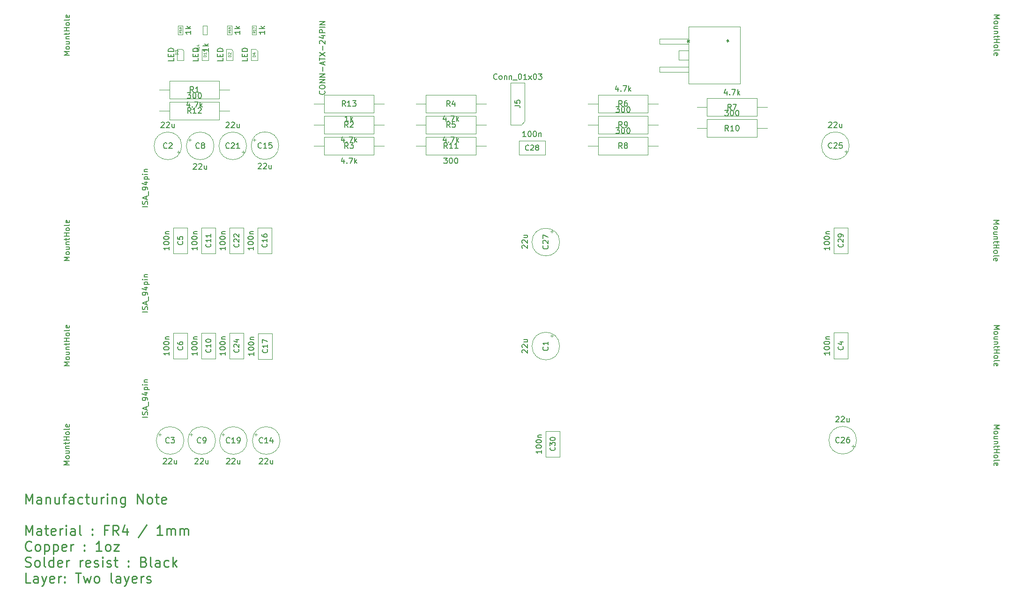
<source format=gbr>
%TF.GenerationSoftware,KiCad,Pcbnew,(6.0.7)*%
%TF.CreationDate,2022-08-07T08:27:23-07:00*%
%TF.ProjectId,isa_board,6973615f-626f-4617-9264-2e6b69636164,rev?*%
%TF.SameCoordinates,Original*%
%TF.FileFunction,AssemblyDrawing,Top*%
%FSLAX46Y46*%
G04 Gerber Fmt 4.6, Leading zero omitted, Abs format (unit mm)*
G04 Created by KiCad (PCBNEW (6.0.7)) date 2022-08-07 08:27:23*
%MOMM*%
%LPD*%
G01*
G04 APERTURE LIST*
%ADD10C,0.254000*%
%ADD11C,0.150000*%
%ADD12C,0.141000*%
%ADD13C,0.080000*%
%ADD14C,0.060000*%
%ADD15C,0.100000*%
G04 APERTURE END LIST*
D10*
X42903433Y-125307883D02*
X42903433Y-123529883D01*
X43496100Y-124799883D01*
X44088766Y-123529883D01*
X44088766Y-125307883D01*
X45697433Y-125307883D02*
X45697433Y-124376550D01*
X45612766Y-124207216D01*
X45443433Y-124122550D01*
X45104766Y-124122550D01*
X44935433Y-124207216D01*
X45697433Y-125223216D02*
X45528100Y-125307883D01*
X45104766Y-125307883D01*
X44935433Y-125223216D01*
X44850766Y-125053883D01*
X44850766Y-124884550D01*
X44935433Y-124715216D01*
X45104766Y-124630550D01*
X45528100Y-124630550D01*
X45697433Y-124545883D01*
X46544100Y-124122550D02*
X46544100Y-125307883D01*
X46544100Y-124291883D02*
X46628766Y-124207216D01*
X46798100Y-124122550D01*
X47052100Y-124122550D01*
X47221433Y-124207216D01*
X47306100Y-124376550D01*
X47306100Y-125307883D01*
X48914766Y-124122550D02*
X48914766Y-125307883D01*
X48152766Y-124122550D02*
X48152766Y-125053883D01*
X48237433Y-125223216D01*
X48406766Y-125307883D01*
X48660766Y-125307883D01*
X48830100Y-125223216D01*
X48914766Y-125138550D01*
X49507433Y-124122550D02*
X50184766Y-124122550D01*
X49761433Y-125307883D02*
X49761433Y-123783883D01*
X49846100Y-123614550D01*
X50015433Y-123529883D01*
X50184766Y-123529883D01*
X51539433Y-125307883D02*
X51539433Y-124376550D01*
X51454766Y-124207216D01*
X51285433Y-124122550D01*
X50946766Y-124122550D01*
X50777433Y-124207216D01*
X51539433Y-125223216D02*
X51370100Y-125307883D01*
X50946766Y-125307883D01*
X50777433Y-125223216D01*
X50692766Y-125053883D01*
X50692766Y-124884550D01*
X50777433Y-124715216D01*
X50946766Y-124630550D01*
X51370100Y-124630550D01*
X51539433Y-124545883D01*
X53148100Y-125223216D02*
X52978766Y-125307883D01*
X52640100Y-125307883D01*
X52470766Y-125223216D01*
X52386100Y-125138550D01*
X52301433Y-124969216D01*
X52301433Y-124461216D01*
X52386100Y-124291883D01*
X52470766Y-124207216D01*
X52640100Y-124122550D01*
X52978766Y-124122550D01*
X53148100Y-124207216D01*
X53656100Y-124122550D02*
X54333433Y-124122550D01*
X53910100Y-123529883D02*
X53910100Y-125053883D01*
X53994766Y-125223216D01*
X54164100Y-125307883D01*
X54333433Y-125307883D01*
X55688100Y-124122550D02*
X55688100Y-125307883D01*
X54926100Y-124122550D02*
X54926100Y-125053883D01*
X55010766Y-125223216D01*
X55180100Y-125307883D01*
X55434100Y-125307883D01*
X55603433Y-125223216D01*
X55688100Y-125138550D01*
X56534766Y-125307883D02*
X56534766Y-124122550D01*
X56534766Y-124461216D02*
X56619433Y-124291883D01*
X56704100Y-124207216D01*
X56873433Y-124122550D01*
X57042766Y-124122550D01*
X57635433Y-125307883D02*
X57635433Y-124122550D01*
X57635433Y-123529883D02*
X57550766Y-123614550D01*
X57635433Y-123699216D01*
X57720100Y-123614550D01*
X57635433Y-123529883D01*
X57635433Y-123699216D01*
X58482100Y-124122550D02*
X58482100Y-125307883D01*
X58482100Y-124291883D02*
X58566766Y-124207216D01*
X58736100Y-124122550D01*
X58990100Y-124122550D01*
X59159433Y-124207216D01*
X59244100Y-124376550D01*
X59244100Y-125307883D01*
X60852766Y-124122550D02*
X60852766Y-125561883D01*
X60768100Y-125731216D01*
X60683433Y-125815883D01*
X60514100Y-125900550D01*
X60260100Y-125900550D01*
X60090766Y-125815883D01*
X60852766Y-125223216D02*
X60683433Y-125307883D01*
X60344766Y-125307883D01*
X60175433Y-125223216D01*
X60090766Y-125138550D01*
X60006100Y-124969216D01*
X60006100Y-124461216D01*
X60090766Y-124291883D01*
X60175433Y-124207216D01*
X60344766Y-124122550D01*
X60683433Y-124122550D01*
X60852766Y-124207216D01*
X63054100Y-125307883D02*
X63054100Y-123529883D01*
X64070100Y-125307883D01*
X64070100Y-123529883D01*
X65170766Y-125307883D02*
X65001433Y-125223216D01*
X64916766Y-125138550D01*
X64832100Y-124969216D01*
X64832100Y-124461216D01*
X64916766Y-124291883D01*
X65001433Y-124207216D01*
X65170766Y-124122550D01*
X65424766Y-124122550D01*
X65594100Y-124207216D01*
X65678766Y-124291883D01*
X65763433Y-124461216D01*
X65763433Y-124969216D01*
X65678766Y-125138550D01*
X65594100Y-125223216D01*
X65424766Y-125307883D01*
X65170766Y-125307883D01*
X66271433Y-124122550D02*
X66948766Y-124122550D01*
X66525433Y-123529883D02*
X66525433Y-125053883D01*
X66610100Y-125223216D01*
X66779433Y-125307883D01*
X66948766Y-125307883D01*
X68218766Y-125223216D02*
X68049433Y-125307883D01*
X67710766Y-125307883D01*
X67541433Y-125223216D01*
X67456766Y-125053883D01*
X67456766Y-124376550D01*
X67541433Y-124207216D01*
X67710766Y-124122550D01*
X68049433Y-124122550D01*
X68218766Y-124207216D01*
X68303433Y-124376550D01*
X68303433Y-124545883D01*
X67456766Y-124715216D01*
X42903433Y-131033043D02*
X42903433Y-129255043D01*
X43496100Y-130525043D01*
X44088766Y-129255043D01*
X44088766Y-131033043D01*
X45697433Y-131033043D02*
X45697433Y-130101710D01*
X45612766Y-129932376D01*
X45443433Y-129847710D01*
X45104766Y-129847710D01*
X44935433Y-129932376D01*
X45697433Y-130948376D02*
X45528100Y-131033043D01*
X45104766Y-131033043D01*
X44935433Y-130948376D01*
X44850766Y-130779043D01*
X44850766Y-130609710D01*
X44935433Y-130440376D01*
X45104766Y-130355710D01*
X45528100Y-130355710D01*
X45697433Y-130271043D01*
X46290100Y-129847710D02*
X46967433Y-129847710D01*
X46544100Y-129255043D02*
X46544100Y-130779043D01*
X46628766Y-130948376D01*
X46798100Y-131033043D01*
X46967433Y-131033043D01*
X48237433Y-130948376D02*
X48068100Y-131033043D01*
X47729433Y-131033043D01*
X47560100Y-130948376D01*
X47475433Y-130779043D01*
X47475433Y-130101710D01*
X47560100Y-129932376D01*
X47729433Y-129847710D01*
X48068100Y-129847710D01*
X48237433Y-129932376D01*
X48322100Y-130101710D01*
X48322100Y-130271043D01*
X47475433Y-130440376D01*
X49084100Y-131033043D02*
X49084100Y-129847710D01*
X49084100Y-130186376D02*
X49168766Y-130017043D01*
X49253433Y-129932376D01*
X49422766Y-129847710D01*
X49592100Y-129847710D01*
X50184766Y-131033043D02*
X50184766Y-129847710D01*
X50184766Y-129255043D02*
X50100100Y-129339710D01*
X50184766Y-129424376D01*
X50269433Y-129339710D01*
X50184766Y-129255043D01*
X50184766Y-129424376D01*
X51793433Y-131033043D02*
X51793433Y-130101710D01*
X51708766Y-129932376D01*
X51539433Y-129847710D01*
X51200766Y-129847710D01*
X51031433Y-129932376D01*
X51793433Y-130948376D02*
X51624100Y-131033043D01*
X51200766Y-131033043D01*
X51031433Y-130948376D01*
X50946766Y-130779043D01*
X50946766Y-130609710D01*
X51031433Y-130440376D01*
X51200766Y-130355710D01*
X51624100Y-130355710D01*
X51793433Y-130271043D01*
X52894100Y-131033043D02*
X52724766Y-130948376D01*
X52640100Y-130779043D01*
X52640100Y-129255043D01*
X54926100Y-130863710D02*
X55010766Y-130948376D01*
X54926100Y-131033043D01*
X54841433Y-130948376D01*
X54926100Y-130863710D01*
X54926100Y-131033043D01*
X54926100Y-129932376D02*
X55010766Y-130017043D01*
X54926100Y-130101710D01*
X54841433Y-130017043D01*
X54926100Y-129932376D01*
X54926100Y-130101710D01*
X57720100Y-130101710D02*
X57127433Y-130101710D01*
X57127433Y-131033043D02*
X57127433Y-129255043D01*
X57974100Y-129255043D01*
X59667433Y-131033043D02*
X59074766Y-130186376D01*
X58651433Y-131033043D02*
X58651433Y-129255043D01*
X59328766Y-129255043D01*
X59498100Y-129339710D01*
X59582766Y-129424376D01*
X59667433Y-129593710D01*
X59667433Y-129847710D01*
X59582766Y-130017043D01*
X59498100Y-130101710D01*
X59328766Y-130186376D01*
X58651433Y-130186376D01*
X61191433Y-129847710D02*
X61191433Y-131033043D01*
X60768100Y-129170376D02*
X60344766Y-130440376D01*
X61445433Y-130440376D01*
X64747433Y-129170376D02*
X63223433Y-131456376D01*
X67626100Y-131033043D02*
X66610100Y-131033043D01*
X67118100Y-131033043D02*
X67118100Y-129255043D01*
X66948766Y-129509043D01*
X66779433Y-129678376D01*
X66610100Y-129763043D01*
X68388100Y-131033043D02*
X68388100Y-129847710D01*
X68388100Y-130017043D02*
X68472766Y-129932376D01*
X68642100Y-129847710D01*
X68896100Y-129847710D01*
X69065433Y-129932376D01*
X69150100Y-130101710D01*
X69150100Y-131033043D01*
X69150100Y-130101710D02*
X69234766Y-129932376D01*
X69404100Y-129847710D01*
X69658100Y-129847710D01*
X69827433Y-129932376D01*
X69912100Y-130101710D01*
X69912100Y-131033043D01*
X70758766Y-131033043D02*
X70758766Y-129847710D01*
X70758766Y-130017043D02*
X70843433Y-129932376D01*
X71012766Y-129847710D01*
X71266766Y-129847710D01*
X71436100Y-129932376D01*
X71520766Y-130101710D01*
X71520766Y-131033043D01*
X71520766Y-130101710D02*
X71605433Y-129932376D01*
X71774766Y-129847710D01*
X72028766Y-129847710D01*
X72198100Y-129932376D01*
X72282766Y-130101710D01*
X72282766Y-131033043D01*
X43919433Y-133726290D02*
X43834766Y-133810956D01*
X43580766Y-133895623D01*
X43411433Y-133895623D01*
X43157433Y-133810956D01*
X42988100Y-133641623D01*
X42903433Y-133472290D01*
X42818766Y-133133623D01*
X42818766Y-132879623D01*
X42903433Y-132540956D01*
X42988100Y-132371623D01*
X43157433Y-132202290D01*
X43411433Y-132117623D01*
X43580766Y-132117623D01*
X43834766Y-132202290D01*
X43919433Y-132286956D01*
X44935433Y-133895623D02*
X44766100Y-133810956D01*
X44681433Y-133726290D01*
X44596766Y-133556956D01*
X44596766Y-133048956D01*
X44681433Y-132879623D01*
X44766100Y-132794956D01*
X44935433Y-132710290D01*
X45189433Y-132710290D01*
X45358766Y-132794956D01*
X45443433Y-132879623D01*
X45528100Y-133048956D01*
X45528100Y-133556956D01*
X45443433Y-133726290D01*
X45358766Y-133810956D01*
X45189433Y-133895623D01*
X44935433Y-133895623D01*
X46290100Y-132710290D02*
X46290100Y-134488290D01*
X46290100Y-132794956D02*
X46459433Y-132710290D01*
X46798100Y-132710290D01*
X46967433Y-132794956D01*
X47052100Y-132879623D01*
X47136766Y-133048956D01*
X47136766Y-133556956D01*
X47052100Y-133726290D01*
X46967433Y-133810956D01*
X46798100Y-133895623D01*
X46459433Y-133895623D01*
X46290100Y-133810956D01*
X47898766Y-132710290D02*
X47898766Y-134488290D01*
X47898766Y-132794956D02*
X48068100Y-132710290D01*
X48406766Y-132710290D01*
X48576100Y-132794956D01*
X48660766Y-132879623D01*
X48745433Y-133048956D01*
X48745433Y-133556956D01*
X48660766Y-133726290D01*
X48576100Y-133810956D01*
X48406766Y-133895623D01*
X48068100Y-133895623D01*
X47898766Y-133810956D01*
X50184766Y-133810956D02*
X50015433Y-133895623D01*
X49676766Y-133895623D01*
X49507433Y-133810956D01*
X49422766Y-133641623D01*
X49422766Y-132964290D01*
X49507433Y-132794956D01*
X49676766Y-132710290D01*
X50015433Y-132710290D01*
X50184766Y-132794956D01*
X50269433Y-132964290D01*
X50269433Y-133133623D01*
X49422766Y-133302956D01*
X51031433Y-133895623D02*
X51031433Y-132710290D01*
X51031433Y-133048956D02*
X51116100Y-132879623D01*
X51200766Y-132794956D01*
X51370100Y-132710290D01*
X51539433Y-132710290D01*
X53486766Y-133726290D02*
X53571433Y-133810956D01*
X53486766Y-133895623D01*
X53402100Y-133810956D01*
X53486766Y-133726290D01*
X53486766Y-133895623D01*
X53486766Y-132794956D02*
X53571433Y-132879623D01*
X53486766Y-132964290D01*
X53402100Y-132879623D01*
X53486766Y-132794956D01*
X53486766Y-132964290D01*
X56619433Y-133895623D02*
X55603433Y-133895623D01*
X56111433Y-133895623D02*
X56111433Y-132117623D01*
X55942100Y-132371623D01*
X55772766Y-132540956D01*
X55603433Y-132625623D01*
X57635433Y-133895623D02*
X57466100Y-133810956D01*
X57381433Y-133726290D01*
X57296766Y-133556956D01*
X57296766Y-133048956D01*
X57381433Y-132879623D01*
X57466100Y-132794956D01*
X57635433Y-132710290D01*
X57889433Y-132710290D01*
X58058766Y-132794956D01*
X58143433Y-132879623D01*
X58228100Y-133048956D01*
X58228100Y-133556956D01*
X58143433Y-133726290D01*
X58058766Y-133810956D01*
X57889433Y-133895623D01*
X57635433Y-133895623D01*
X58820766Y-132710290D02*
X59752100Y-132710290D01*
X58820766Y-133895623D01*
X59752100Y-133895623D01*
X42818766Y-136673536D02*
X43072766Y-136758203D01*
X43496100Y-136758203D01*
X43665433Y-136673536D01*
X43750100Y-136588870D01*
X43834766Y-136419536D01*
X43834766Y-136250203D01*
X43750100Y-136080870D01*
X43665433Y-135996203D01*
X43496100Y-135911536D01*
X43157433Y-135826870D01*
X42988100Y-135742203D01*
X42903433Y-135657536D01*
X42818766Y-135488203D01*
X42818766Y-135318870D01*
X42903433Y-135149536D01*
X42988100Y-135064870D01*
X43157433Y-134980203D01*
X43580766Y-134980203D01*
X43834766Y-135064870D01*
X44850766Y-136758203D02*
X44681433Y-136673536D01*
X44596766Y-136588870D01*
X44512100Y-136419536D01*
X44512100Y-135911536D01*
X44596766Y-135742203D01*
X44681433Y-135657536D01*
X44850766Y-135572870D01*
X45104766Y-135572870D01*
X45274100Y-135657536D01*
X45358766Y-135742203D01*
X45443433Y-135911536D01*
X45443433Y-136419536D01*
X45358766Y-136588870D01*
X45274100Y-136673536D01*
X45104766Y-136758203D01*
X44850766Y-136758203D01*
X46459433Y-136758203D02*
X46290100Y-136673536D01*
X46205433Y-136504203D01*
X46205433Y-134980203D01*
X47898766Y-136758203D02*
X47898766Y-134980203D01*
X47898766Y-136673536D02*
X47729433Y-136758203D01*
X47390766Y-136758203D01*
X47221433Y-136673536D01*
X47136766Y-136588870D01*
X47052100Y-136419536D01*
X47052100Y-135911536D01*
X47136766Y-135742203D01*
X47221433Y-135657536D01*
X47390766Y-135572870D01*
X47729433Y-135572870D01*
X47898766Y-135657536D01*
X49422766Y-136673536D02*
X49253433Y-136758203D01*
X48914766Y-136758203D01*
X48745433Y-136673536D01*
X48660766Y-136504203D01*
X48660766Y-135826870D01*
X48745433Y-135657536D01*
X48914766Y-135572870D01*
X49253433Y-135572870D01*
X49422766Y-135657536D01*
X49507433Y-135826870D01*
X49507433Y-135996203D01*
X48660766Y-136165536D01*
X50269433Y-136758203D02*
X50269433Y-135572870D01*
X50269433Y-135911536D02*
X50354100Y-135742203D01*
X50438766Y-135657536D01*
X50608100Y-135572870D01*
X50777433Y-135572870D01*
X52724766Y-136758203D02*
X52724766Y-135572870D01*
X52724766Y-135911536D02*
X52809433Y-135742203D01*
X52894100Y-135657536D01*
X53063433Y-135572870D01*
X53232766Y-135572870D01*
X54502766Y-136673536D02*
X54333433Y-136758203D01*
X53994766Y-136758203D01*
X53825433Y-136673536D01*
X53740766Y-136504203D01*
X53740766Y-135826870D01*
X53825433Y-135657536D01*
X53994766Y-135572870D01*
X54333433Y-135572870D01*
X54502766Y-135657536D01*
X54587433Y-135826870D01*
X54587433Y-135996203D01*
X53740766Y-136165536D01*
X55264766Y-136673536D02*
X55434100Y-136758203D01*
X55772766Y-136758203D01*
X55942100Y-136673536D01*
X56026766Y-136504203D01*
X56026766Y-136419536D01*
X55942100Y-136250203D01*
X55772766Y-136165536D01*
X55518766Y-136165536D01*
X55349433Y-136080870D01*
X55264766Y-135911536D01*
X55264766Y-135826870D01*
X55349433Y-135657536D01*
X55518766Y-135572870D01*
X55772766Y-135572870D01*
X55942100Y-135657536D01*
X56788766Y-136758203D02*
X56788766Y-135572870D01*
X56788766Y-134980203D02*
X56704100Y-135064870D01*
X56788766Y-135149536D01*
X56873433Y-135064870D01*
X56788766Y-134980203D01*
X56788766Y-135149536D01*
X57550766Y-136673536D02*
X57720100Y-136758203D01*
X58058766Y-136758203D01*
X58228100Y-136673536D01*
X58312766Y-136504203D01*
X58312766Y-136419536D01*
X58228100Y-136250203D01*
X58058766Y-136165536D01*
X57804766Y-136165536D01*
X57635433Y-136080870D01*
X57550766Y-135911536D01*
X57550766Y-135826870D01*
X57635433Y-135657536D01*
X57804766Y-135572870D01*
X58058766Y-135572870D01*
X58228100Y-135657536D01*
X58820766Y-135572870D02*
X59498100Y-135572870D01*
X59074766Y-134980203D02*
X59074766Y-136504203D01*
X59159433Y-136673536D01*
X59328766Y-136758203D01*
X59498100Y-136758203D01*
X61445433Y-136588870D02*
X61530100Y-136673536D01*
X61445433Y-136758203D01*
X61360766Y-136673536D01*
X61445433Y-136588870D01*
X61445433Y-136758203D01*
X61445433Y-135657536D02*
X61530100Y-135742203D01*
X61445433Y-135826870D01*
X61360766Y-135742203D01*
X61445433Y-135657536D01*
X61445433Y-135826870D01*
X64239433Y-135826870D02*
X64493433Y-135911536D01*
X64578100Y-135996203D01*
X64662766Y-136165536D01*
X64662766Y-136419536D01*
X64578100Y-136588870D01*
X64493433Y-136673536D01*
X64324100Y-136758203D01*
X63646766Y-136758203D01*
X63646766Y-134980203D01*
X64239433Y-134980203D01*
X64408766Y-135064870D01*
X64493433Y-135149536D01*
X64578100Y-135318870D01*
X64578100Y-135488203D01*
X64493433Y-135657536D01*
X64408766Y-135742203D01*
X64239433Y-135826870D01*
X63646766Y-135826870D01*
X65678766Y-136758203D02*
X65509433Y-136673536D01*
X65424766Y-136504203D01*
X65424766Y-134980203D01*
X67118100Y-136758203D02*
X67118100Y-135826870D01*
X67033433Y-135657536D01*
X66864100Y-135572870D01*
X66525433Y-135572870D01*
X66356100Y-135657536D01*
X67118100Y-136673536D02*
X66948766Y-136758203D01*
X66525433Y-136758203D01*
X66356100Y-136673536D01*
X66271433Y-136504203D01*
X66271433Y-136334870D01*
X66356100Y-136165536D01*
X66525433Y-136080870D01*
X66948766Y-136080870D01*
X67118100Y-135996203D01*
X68726766Y-136673536D02*
X68557433Y-136758203D01*
X68218766Y-136758203D01*
X68049433Y-136673536D01*
X67964766Y-136588870D01*
X67880100Y-136419536D01*
X67880100Y-135911536D01*
X67964766Y-135742203D01*
X68049433Y-135657536D01*
X68218766Y-135572870D01*
X68557433Y-135572870D01*
X68726766Y-135657536D01*
X69488766Y-136758203D02*
X69488766Y-134980203D01*
X69658100Y-136080870D02*
X70166100Y-136758203D01*
X70166100Y-135572870D02*
X69488766Y-136250203D01*
X43750100Y-139620783D02*
X42903433Y-139620783D01*
X42903433Y-137842783D01*
X45104766Y-139620783D02*
X45104766Y-138689450D01*
X45020100Y-138520116D01*
X44850766Y-138435450D01*
X44512100Y-138435450D01*
X44342766Y-138520116D01*
X45104766Y-139536116D02*
X44935433Y-139620783D01*
X44512100Y-139620783D01*
X44342766Y-139536116D01*
X44258100Y-139366783D01*
X44258100Y-139197450D01*
X44342766Y-139028116D01*
X44512100Y-138943450D01*
X44935433Y-138943450D01*
X45104766Y-138858783D01*
X45782100Y-138435450D02*
X46205433Y-139620783D01*
X46628766Y-138435450D02*
X46205433Y-139620783D01*
X46036100Y-140044116D01*
X45951433Y-140128783D01*
X45782100Y-140213450D01*
X47983433Y-139536116D02*
X47814100Y-139620783D01*
X47475433Y-139620783D01*
X47306100Y-139536116D01*
X47221433Y-139366783D01*
X47221433Y-138689450D01*
X47306100Y-138520116D01*
X47475433Y-138435450D01*
X47814100Y-138435450D01*
X47983433Y-138520116D01*
X48068100Y-138689450D01*
X48068100Y-138858783D01*
X47221433Y-139028116D01*
X48830100Y-139620783D02*
X48830100Y-138435450D01*
X48830100Y-138774116D02*
X48914766Y-138604783D01*
X48999433Y-138520116D01*
X49168766Y-138435450D01*
X49338100Y-138435450D01*
X49930766Y-139451450D02*
X50015433Y-139536116D01*
X49930766Y-139620783D01*
X49846100Y-139536116D01*
X49930766Y-139451450D01*
X49930766Y-139620783D01*
X49930766Y-138520116D02*
X50015433Y-138604783D01*
X49930766Y-138689450D01*
X49846100Y-138604783D01*
X49930766Y-138520116D01*
X49930766Y-138689450D01*
X51878100Y-137842783D02*
X52894100Y-137842783D01*
X52386100Y-139620783D02*
X52386100Y-137842783D01*
X53317433Y-138435450D02*
X53656100Y-139620783D01*
X53994766Y-138774116D01*
X54333433Y-139620783D01*
X54672100Y-138435450D01*
X55603433Y-139620783D02*
X55434100Y-139536116D01*
X55349433Y-139451450D01*
X55264766Y-139282116D01*
X55264766Y-138774116D01*
X55349433Y-138604783D01*
X55434100Y-138520116D01*
X55603433Y-138435450D01*
X55857433Y-138435450D01*
X56026766Y-138520116D01*
X56111433Y-138604783D01*
X56196100Y-138774116D01*
X56196100Y-139282116D01*
X56111433Y-139451450D01*
X56026766Y-139536116D01*
X55857433Y-139620783D01*
X55603433Y-139620783D01*
X58566766Y-139620783D02*
X58397433Y-139536116D01*
X58312766Y-139366783D01*
X58312766Y-137842783D01*
X60006100Y-139620783D02*
X60006100Y-138689450D01*
X59921433Y-138520116D01*
X59752100Y-138435450D01*
X59413433Y-138435450D01*
X59244100Y-138520116D01*
X60006100Y-139536116D02*
X59836766Y-139620783D01*
X59413433Y-139620783D01*
X59244100Y-139536116D01*
X59159433Y-139366783D01*
X59159433Y-139197450D01*
X59244100Y-139028116D01*
X59413433Y-138943450D01*
X59836766Y-138943450D01*
X60006100Y-138858783D01*
X60683433Y-138435450D02*
X61106766Y-139620783D01*
X61530100Y-138435450D02*
X61106766Y-139620783D01*
X60937433Y-140044116D01*
X60852766Y-140128783D01*
X60683433Y-140213450D01*
X62884766Y-139536116D02*
X62715433Y-139620783D01*
X62376766Y-139620783D01*
X62207433Y-139536116D01*
X62122766Y-139366783D01*
X62122766Y-138689450D01*
X62207433Y-138520116D01*
X62376766Y-138435450D01*
X62715433Y-138435450D01*
X62884766Y-138520116D01*
X62969433Y-138689450D01*
X62969433Y-138858783D01*
X62122766Y-139028116D01*
X63731433Y-139620783D02*
X63731433Y-138435450D01*
X63731433Y-138774116D02*
X63816100Y-138604783D01*
X63900766Y-138520116D01*
X64070100Y-138435450D01*
X64239433Y-138435450D01*
X64747433Y-139536116D02*
X64916766Y-139620783D01*
X65255433Y-139620783D01*
X65424766Y-139536116D01*
X65509433Y-139366783D01*
X65509433Y-139282116D01*
X65424766Y-139112783D01*
X65255433Y-139028116D01*
X65001433Y-139028116D01*
X64832100Y-138943450D01*
X64747433Y-138774116D01*
X64747433Y-138689450D01*
X64832100Y-138520116D01*
X65001433Y-138435450D01*
X65255433Y-138435450D01*
X65424766Y-138520116D01*
D11*
%TO.C,J4*%
X96921320Y-50601803D02*
X96968939Y-50649422D01*
X97016558Y-50792279D01*
X97016558Y-50887517D01*
X96968939Y-51030374D01*
X96873701Y-51125612D01*
X96778463Y-51173231D01*
X96587987Y-51220850D01*
X96445130Y-51220850D01*
X96254654Y-51173231D01*
X96159416Y-51125612D01*
X96064178Y-51030374D01*
X96016558Y-50887517D01*
X96016558Y-50792279D01*
X96064178Y-50649422D01*
X96111797Y-50601803D01*
X96016558Y-49982755D02*
X96016558Y-49792279D01*
X96064178Y-49697041D01*
X96159416Y-49601803D01*
X96349892Y-49554183D01*
X96683225Y-49554183D01*
X96873701Y-49601803D01*
X96968939Y-49697041D01*
X97016558Y-49792279D01*
X97016558Y-49982755D01*
X96968939Y-50077993D01*
X96873701Y-50173231D01*
X96683225Y-50220850D01*
X96349892Y-50220850D01*
X96159416Y-50173231D01*
X96064178Y-50077993D01*
X96016558Y-49982755D01*
X97016558Y-49125612D02*
X96016558Y-49125612D01*
X97016558Y-48554183D01*
X96016558Y-48554183D01*
X97016558Y-48077993D02*
X96016558Y-48077993D01*
X97016558Y-47506564D01*
X96016558Y-47506564D01*
X96635606Y-47030374D02*
X96635606Y-46268469D01*
X96730844Y-45839898D02*
X96730844Y-45363707D01*
X97016558Y-45935136D02*
X96016558Y-45601803D01*
X97016558Y-45268469D01*
X96016558Y-45077993D02*
X96016558Y-44506564D01*
X97016558Y-44792279D02*
X96016558Y-44792279D01*
X96016558Y-44268469D02*
X97016558Y-43601803D01*
X96016558Y-43601803D02*
X97016558Y-44268469D01*
X96635606Y-43220850D02*
X96635606Y-42458945D01*
X96111797Y-42030374D02*
X96064178Y-41982755D01*
X96016558Y-41887517D01*
X96016558Y-41649422D01*
X96064178Y-41554183D01*
X96111797Y-41506564D01*
X96207035Y-41458945D01*
X96302273Y-41458945D01*
X96445130Y-41506564D01*
X97016558Y-42077993D01*
X97016558Y-41458945D01*
X96349892Y-40601803D02*
X97016558Y-40601803D01*
X95968939Y-40839898D02*
X96683225Y-41077993D01*
X96683225Y-40458945D01*
X97016558Y-40077993D02*
X96016558Y-40077993D01*
X96016558Y-39697041D01*
X96064178Y-39601803D01*
X96111797Y-39554183D01*
X96207035Y-39506564D01*
X96349892Y-39506564D01*
X96445130Y-39554183D01*
X96492749Y-39601803D01*
X96540368Y-39697041D01*
X96540368Y-40077993D01*
X97016558Y-39077993D02*
X96016558Y-39077993D01*
X97016558Y-38601803D02*
X96016558Y-38601803D01*
X97016558Y-38030374D01*
X96016558Y-38030374D01*
%TO.C,C14*%
X85185714Y-117177619D02*
X85233333Y-117130000D01*
X85328571Y-117082380D01*
X85566666Y-117082380D01*
X85661904Y-117130000D01*
X85709523Y-117177619D01*
X85757142Y-117272857D01*
X85757142Y-117368095D01*
X85709523Y-117510952D01*
X85138095Y-118082380D01*
X85757142Y-118082380D01*
X86138095Y-117177619D02*
X86185714Y-117130000D01*
X86280952Y-117082380D01*
X86519047Y-117082380D01*
X86614285Y-117130000D01*
X86661904Y-117177619D01*
X86709523Y-117272857D01*
X86709523Y-117368095D01*
X86661904Y-117510952D01*
X86090476Y-118082380D01*
X86709523Y-118082380D01*
X87566666Y-117415714D02*
X87566666Y-118082380D01*
X87138095Y-117415714D02*
X87138095Y-117939523D01*
X87185714Y-118034761D01*
X87280952Y-118082380D01*
X87423809Y-118082380D01*
X87519047Y-118034761D01*
X87566666Y-117987142D01*
X85757142Y-114237142D02*
X85709523Y-114284761D01*
X85566666Y-114332380D01*
X85471428Y-114332380D01*
X85328571Y-114284761D01*
X85233333Y-114189523D01*
X85185714Y-114094285D01*
X85138095Y-113903809D01*
X85138095Y-113760952D01*
X85185714Y-113570476D01*
X85233333Y-113475238D01*
X85328571Y-113380000D01*
X85471428Y-113332380D01*
X85566666Y-113332380D01*
X85709523Y-113380000D01*
X85757142Y-113427619D01*
X86709523Y-114332380D02*
X86138095Y-114332380D01*
X86423809Y-114332380D02*
X86423809Y-113332380D01*
X86328571Y-113475238D01*
X86233333Y-113570476D01*
X86138095Y-113618095D01*
X87566666Y-113665714D02*
X87566666Y-114332380D01*
X87328571Y-113284761D02*
X87090476Y-113999047D01*
X87709523Y-113999047D01*
%TO.C,H3*%
X50847380Y-100337857D02*
X49847380Y-100337857D01*
X50561666Y-100004523D01*
X49847380Y-99671190D01*
X50847380Y-99671190D01*
X50847380Y-99052142D02*
X50799761Y-99147380D01*
X50752142Y-99195000D01*
X50656904Y-99242619D01*
X50371190Y-99242619D01*
X50275952Y-99195000D01*
X50228333Y-99147380D01*
X50180714Y-99052142D01*
X50180714Y-98909285D01*
X50228333Y-98814047D01*
X50275952Y-98766428D01*
X50371190Y-98718809D01*
X50656904Y-98718809D01*
X50752142Y-98766428D01*
X50799761Y-98814047D01*
X50847380Y-98909285D01*
X50847380Y-99052142D01*
X50180714Y-97861666D02*
X50847380Y-97861666D01*
X50180714Y-98290238D02*
X50704523Y-98290238D01*
X50799761Y-98242619D01*
X50847380Y-98147380D01*
X50847380Y-98004523D01*
X50799761Y-97909285D01*
X50752142Y-97861666D01*
X50180714Y-97385476D02*
X50847380Y-97385476D01*
X50275952Y-97385476D02*
X50228333Y-97337857D01*
X50180714Y-97242619D01*
X50180714Y-97099761D01*
X50228333Y-97004523D01*
X50323571Y-96956904D01*
X50847380Y-96956904D01*
X50180714Y-96623571D02*
X50180714Y-96242619D01*
X49847380Y-96480714D02*
X50704523Y-96480714D01*
X50799761Y-96433095D01*
X50847380Y-96337857D01*
X50847380Y-96242619D01*
X50847380Y-95909285D02*
X49847380Y-95909285D01*
X50323571Y-95909285D02*
X50323571Y-95337857D01*
X50847380Y-95337857D02*
X49847380Y-95337857D01*
X50847380Y-94718809D02*
X50799761Y-94814047D01*
X50752142Y-94861666D01*
X50656904Y-94909285D01*
X50371190Y-94909285D01*
X50275952Y-94861666D01*
X50228333Y-94814047D01*
X50180714Y-94718809D01*
X50180714Y-94575952D01*
X50228333Y-94480714D01*
X50275952Y-94433095D01*
X50371190Y-94385476D01*
X50656904Y-94385476D01*
X50752142Y-94433095D01*
X50799761Y-94480714D01*
X50847380Y-94575952D01*
X50847380Y-94718809D01*
X50847380Y-93814047D02*
X50799761Y-93909285D01*
X50704523Y-93956904D01*
X49847380Y-93956904D01*
X50799761Y-93052142D02*
X50847380Y-93147380D01*
X50847380Y-93337857D01*
X50799761Y-93433095D01*
X50704523Y-93480714D01*
X50323571Y-93480714D01*
X50228333Y-93433095D01*
X50180714Y-93337857D01*
X50180714Y-93147380D01*
X50228333Y-93052142D01*
X50323571Y-93004523D01*
X50418809Y-93004523D01*
X50514047Y-93480714D01*
%TO.C,C11*%
X73922380Y-78804047D02*
X73922380Y-79375476D01*
X73922380Y-79089761D02*
X72922380Y-79089761D01*
X73065238Y-79185000D01*
X73160476Y-79280238D01*
X73208095Y-79375476D01*
X72922380Y-78185000D02*
X72922380Y-78089761D01*
X72970000Y-77994523D01*
X73017619Y-77946904D01*
X73112857Y-77899285D01*
X73303333Y-77851666D01*
X73541428Y-77851666D01*
X73731904Y-77899285D01*
X73827142Y-77946904D01*
X73874761Y-77994523D01*
X73922380Y-78089761D01*
X73922380Y-78185000D01*
X73874761Y-78280238D01*
X73827142Y-78327857D01*
X73731904Y-78375476D01*
X73541428Y-78423095D01*
X73303333Y-78423095D01*
X73112857Y-78375476D01*
X73017619Y-78327857D01*
X72970000Y-78280238D01*
X72922380Y-78185000D01*
X72922380Y-77232619D02*
X72922380Y-77137380D01*
X72970000Y-77042142D01*
X73017619Y-76994523D01*
X73112857Y-76946904D01*
X73303333Y-76899285D01*
X73541428Y-76899285D01*
X73731904Y-76946904D01*
X73827142Y-76994523D01*
X73874761Y-77042142D01*
X73922380Y-77137380D01*
X73922380Y-77232619D01*
X73874761Y-77327857D01*
X73827142Y-77375476D01*
X73731904Y-77423095D01*
X73541428Y-77470714D01*
X73303333Y-77470714D01*
X73112857Y-77423095D01*
X73017619Y-77375476D01*
X72970000Y-77327857D01*
X72922380Y-77232619D01*
X73255714Y-76470714D02*
X73922380Y-76470714D01*
X73350952Y-76470714D02*
X73303333Y-76423095D01*
X73255714Y-76327857D01*
X73255714Y-76185000D01*
X73303333Y-76089761D01*
X73398571Y-76042142D01*
X73922380Y-76042142D01*
D12*
X76305714Y-78289285D02*
X76350476Y-78334047D01*
X76395238Y-78468333D01*
X76395238Y-78557857D01*
X76350476Y-78692142D01*
X76260952Y-78781666D01*
X76171428Y-78826428D01*
X75992380Y-78871190D01*
X75858095Y-78871190D01*
X75679047Y-78826428D01*
X75589523Y-78781666D01*
X75500000Y-78692142D01*
X75455238Y-78557857D01*
X75455238Y-78468333D01*
X75500000Y-78334047D01*
X75544761Y-78289285D01*
X76395238Y-77394047D02*
X76395238Y-77931190D01*
X76395238Y-77662619D02*
X75455238Y-77662619D01*
X75589523Y-77752142D01*
X75679047Y-77841666D01*
X75723809Y-77931190D01*
X76395238Y-76498809D02*
X76395238Y-77035952D01*
X76395238Y-76767380D02*
X75455238Y-76767380D01*
X75589523Y-76856904D01*
X75679047Y-76946428D01*
X75723809Y-77035952D01*
D11*
%TO.C,D3*%
X69692380Y-44672857D02*
X69692380Y-45149047D01*
X68692380Y-45149047D01*
X69168571Y-44339523D02*
X69168571Y-44006190D01*
X69692380Y-43863333D02*
X69692380Y-44339523D01*
X68692380Y-44339523D01*
X68692380Y-43863333D01*
X69692380Y-43434761D02*
X68692380Y-43434761D01*
X68692380Y-43196666D01*
X68740000Y-43053809D01*
X68835238Y-42958571D01*
X68930476Y-42910952D01*
X69120952Y-42863333D01*
X69263809Y-42863333D01*
X69454285Y-42910952D01*
X69549523Y-42958571D01*
X69644761Y-43053809D01*
X69692380Y-43196666D01*
X69692380Y-43434761D01*
D13*
X70426190Y-43969047D02*
X69926190Y-43969047D01*
X69926190Y-43850000D01*
X69950000Y-43778571D01*
X69997619Y-43730952D01*
X70045238Y-43707142D01*
X70140476Y-43683333D01*
X70211904Y-43683333D01*
X70307142Y-43707142D01*
X70354761Y-43730952D01*
X70402380Y-43778571D01*
X70426190Y-43850000D01*
X70426190Y-43969047D01*
X69926190Y-43516666D02*
X69926190Y-43207142D01*
X70116666Y-43373809D01*
X70116666Y-43302380D01*
X70140476Y-43254761D01*
X70164285Y-43230952D01*
X70211904Y-43207142D01*
X70330952Y-43207142D01*
X70378571Y-43230952D01*
X70402380Y-43254761D01*
X70426190Y-43302380D01*
X70426190Y-43445238D01*
X70402380Y-43492857D01*
X70378571Y-43516666D01*
D11*
%TO.C,D1*%
X74137380Y-44672857D02*
X74137380Y-45149047D01*
X73137380Y-45149047D01*
X73613571Y-44339523D02*
X73613571Y-44006190D01*
X74137380Y-43863333D02*
X74137380Y-44339523D01*
X73137380Y-44339523D01*
X73137380Y-43863333D01*
X74137380Y-43434761D02*
X73137380Y-43434761D01*
X73137380Y-43196666D01*
X73185000Y-43053809D01*
X73280238Y-42958571D01*
X73375476Y-42910952D01*
X73565952Y-42863333D01*
X73708809Y-42863333D01*
X73899285Y-42910952D01*
X73994523Y-42958571D01*
X74089761Y-43053809D01*
X74137380Y-43196666D01*
X74137380Y-43434761D01*
D13*
X75561190Y-44399047D02*
X75061190Y-44399047D01*
X75061190Y-44280000D01*
X75085000Y-44208571D01*
X75132619Y-44160952D01*
X75180238Y-44137142D01*
X75275476Y-44113333D01*
X75346904Y-44113333D01*
X75442142Y-44137142D01*
X75489761Y-44160952D01*
X75537380Y-44208571D01*
X75561190Y-44280000D01*
X75561190Y-44399047D01*
X75561190Y-43637142D02*
X75561190Y-43922857D01*
X75561190Y-43780000D02*
X75061190Y-43780000D01*
X75132619Y-43827619D01*
X75180238Y-43875238D01*
X75204047Y-43922857D01*
D11*
%TO.C,R1*%
X72501428Y-52885714D02*
X72501428Y-53552380D01*
X72263333Y-52504761D02*
X72025238Y-53219047D01*
X72644285Y-53219047D01*
X73025238Y-53457142D02*
X73072857Y-53504761D01*
X73025238Y-53552380D01*
X72977619Y-53504761D01*
X73025238Y-53457142D01*
X73025238Y-53552380D01*
X73406190Y-52552380D02*
X74072857Y-52552380D01*
X73644285Y-53552380D01*
X74453809Y-53552380D02*
X74453809Y-52552380D01*
X74549047Y-53171428D02*
X74834761Y-53552380D01*
X74834761Y-52885714D02*
X74453809Y-53266666D01*
X73263333Y-50827380D02*
X72930000Y-50351190D01*
X72691904Y-50827380D02*
X72691904Y-49827380D01*
X73072857Y-49827380D01*
X73168095Y-49875000D01*
X73215714Y-49922619D01*
X73263333Y-50017857D01*
X73263333Y-50160714D01*
X73215714Y-50255952D01*
X73168095Y-50303571D01*
X73072857Y-50351190D01*
X72691904Y-50351190D01*
X74215714Y-50827380D02*
X73644285Y-50827380D01*
X73930000Y-50827380D02*
X73930000Y-49827380D01*
X73834761Y-49970238D01*
X73739523Y-50065476D01*
X73644285Y-50113095D01*
%TO.C,H7*%
X217932619Y-93052142D02*
X218932619Y-93052142D01*
X218218333Y-93385476D01*
X218932619Y-93718809D01*
X217932619Y-93718809D01*
X217932619Y-94337857D02*
X217980238Y-94242619D01*
X218027857Y-94195000D01*
X218123095Y-94147380D01*
X218408809Y-94147380D01*
X218504047Y-94195000D01*
X218551666Y-94242619D01*
X218599285Y-94337857D01*
X218599285Y-94480714D01*
X218551666Y-94575952D01*
X218504047Y-94623571D01*
X218408809Y-94671190D01*
X218123095Y-94671190D01*
X218027857Y-94623571D01*
X217980238Y-94575952D01*
X217932619Y-94480714D01*
X217932619Y-94337857D01*
X218599285Y-95528333D02*
X217932619Y-95528333D01*
X218599285Y-95099761D02*
X218075476Y-95099761D01*
X217980238Y-95147380D01*
X217932619Y-95242619D01*
X217932619Y-95385476D01*
X217980238Y-95480714D01*
X218027857Y-95528333D01*
X218599285Y-96004523D02*
X217932619Y-96004523D01*
X218504047Y-96004523D02*
X218551666Y-96052142D01*
X218599285Y-96147380D01*
X218599285Y-96290238D01*
X218551666Y-96385476D01*
X218456428Y-96433095D01*
X217932619Y-96433095D01*
X218599285Y-96766428D02*
X218599285Y-97147380D01*
X218932619Y-96909285D02*
X218075476Y-96909285D01*
X217980238Y-96956904D01*
X217932619Y-97052142D01*
X217932619Y-97147380D01*
X217932619Y-97480714D02*
X218932619Y-97480714D01*
X218456428Y-97480714D02*
X218456428Y-98052142D01*
X217932619Y-98052142D02*
X218932619Y-98052142D01*
X217932619Y-98671190D02*
X217980238Y-98575952D01*
X218027857Y-98528333D01*
X218123095Y-98480714D01*
X218408809Y-98480714D01*
X218504047Y-98528333D01*
X218551666Y-98575952D01*
X218599285Y-98671190D01*
X218599285Y-98814047D01*
X218551666Y-98909285D01*
X218504047Y-98956904D01*
X218408809Y-99004523D01*
X218123095Y-99004523D01*
X218027857Y-98956904D01*
X217980238Y-98909285D01*
X217932619Y-98814047D01*
X217932619Y-98671190D01*
X217932619Y-99575952D02*
X217980238Y-99480714D01*
X218075476Y-99433095D01*
X218932619Y-99433095D01*
X217980238Y-100337857D02*
X217932619Y-100242619D01*
X217932619Y-100052142D01*
X217980238Y-99956904D01*
X218075476Y-99909285D01*
X218456428Y-99909285D01*
X218551666Y-99956904D01*
X218599285Y-100052142D01*
X218599285Y-100242619D01*
X218551666Y-100337857D01*
X218456428Y-100385476D01*
X218361190Y-100385476D01*
X218265952Y-99909285D01*
%TO.C,R8*%
X149614285Y-57272380D02*
X150233333Y-57272380D01*
X149900000Y-57653333D01*
X150042857Y-57653333D01*
X150138095Y-57700952D01*
X150185714Y-57748571D01*
X150233333Y-57843809D01*
X150233333Y-58081904D01*
X150185714Y-58177142D01*
X150138095Y-58224761D01*
X150042857Y-58272380D01*
X149757142Y-58272380D01*
X149661904Y-58224761D01*
X149614285Y-58177142D01*
X150852380Y-57272380D02*
X150947619Y-57272380D01*
X151042857Y-57320000D01*
X151090476Y-57367619D01*
X151138095Y-57462857D01*
X151185714Y-57653333D01*
X151185714Y-57891428D01*
X151138095Y-58081904D01*
X151090476Y-58177142D01*
X151042857Y-58224761D01*
X150947619Y-58272380D01*
X150852380Y-58272380D01*
X150757142Y-58224761D01*
X150709523Y-58177142D01*
X150661904Y-58081904D01*
X150614285Y-57891428D01*
X150614285Y-57653333D01*
X150661904Y-57462857D01*
X150709523Y-57367619D01*
X150757142Y-57320000D01*
X150852380Y-57272380D01*
X151804761Y-57272380D02*
X151900000Y-57272380D01*
X151995238Y-57320000D01*
X152042857Y-57367619D01*
X152090476Y-57462857D01*
X152138095Y-57653333D01*
X152138095Y-57891428D01*
X152090476Y-58081904D01*
X152042857Y-58177142D01*
X151995238Y-58224761D01*
X151900000Y-58272380D01*
X151804761Y-58272380D01*
X151709523Y-58224761D01*
X151661904Y-58177142D01*
X151614285Y-58081904D01*
X151566666Y-57891428D01*
X151566666Y-57653333D01*
X151614285Y-57462857D01*
X151661904Y-57367619D01*
X151709523Y-57320000D01*
X151804761Y-57272380D01*
X150733333Y-60992380D02*
X150400000Y-60516190D01*
X150161904Y-60992380D02*
X150161904Y-59992380D01*
X150542857Y-59992380D01*
X150638095Y-60040000D01*
X150685714Y-60087619D01*
X150733333Y-60182857D01*
X150733333Y-60325714D01*
X150685714Y-60420952D01*
X150638095Y-60468571D01*
X150542857Y-60516190D01*
X150161904Y-60516190D01*
X151304761Y-60420952D02*
X151209523Y-60373333D01*
X151161904Y-60325714D01*
X151114285Y-60230476D01*
X151114285Y-60182857D01*
X151161904Y-60087619D01*
X151209523Y-60040000D01*
X151304761Y-59992380D01*
X151495238Y-59992380D01*
X151590476Y-60040000D01*
X151638095Y-60087619D01*
X151685714Y-60182857D01*
X151685714Y-60230476D01*
X151638095Y-60325714D01*
X151590476Y-60373333D01*
X151495238Y-60420952D01*
X151304761Y-60420952D01*
X151209523Y-60468571D01*
X151161904Y-60516190D01*
X151114285Y-60611428D01*
X151114285Y-60801904D01*
X151161904Y-60897142D01*
X151209523Y-60944761D01*
X151304761Y-60992380D01*
X151495238Y-60992380D01*
X151590476Y-60944761D01*
X151638095Y-60897142D01*
X151685714Y-60801904D01*
X151685714Y-60611428D01*
X151638095Y-60516190D01*
X151590476Y-60468571D01*
X151495238Y-60420952D01*
%TO.C,R16*%
X72772380Y-39704047D02*
X72772380Y-40275476D01*
X72772380Y-39989761D02*
X71772380Y-39989761D01*
X71915238Y-40085000D01*
X72010476Y-40180238D01*
X72058095Y-40275476D01*
X72772380Y-39275476D02*
X71772380Y-39275476D01*
X72391428Y-39180238D02*
X72772380Y-38894523D01*
X72105714Y-38894523D02*
X72486666Y-39275476D01*
D14*
X71070952Y-39842142D02*
X70880476Y-39975476D01*
X71070952Y-40070714D02*
X70670952Y-40070714D01*
X70670952Y-39918333D01*
X70690000Y-39880238D01*
X70709047Y-39861190D01*
X70747142Y-39842142D01*
X70804285Y-39842142D01*
X70842380Y-39861190D01*
X70861428Y-39880238D01*
X70880476Y-39918333D01*
X70880476Y-40070714D01*
X71070952Y-39461190D02*
X71070952Y-39689761D01*
X71070952Y-39575476D02*
X70670952Y-39575476D01*
X70728095Y-39613571D01*
X70766190Y-39651666D01*
X70785238Y-39689761D01*
X70670952Y-39118333D02*
X70670952Y-39194523D01*
X70690000Y-39232619D01*
X70709047Y-39251666D01*
X70766190Y-39289761D01*
X70842380Y-39308809D01*
X70994761Y-39308809D01*
X71032857Y-39289761D01*
X71051904Y-39270714D01*
X71070952Y-39232619D01*
X71070952Y-39156428D01*
X71051904Y-39118333D01*
X71032857Y-39099285D01*
X70994761Y-39080238D01*
X70899523Y-39080238D01*
X70861428Y-39099285D01*
X70842380Y-39118333D01*
X70823333Y-39156428D01*
X70823333Y-39232619D01*
X70842380Y-39270714D01*
X70861428Y-39289761D01*
X70899523Y-39308809D01*
D11*
%TO.C,C8*%
X73253543Y-63837618D02*
X73301162Y-63789999D01*
X73396400Y-63742379D01*
X73634495Y-63742379D01*
X73729733Y-63789999D01*
X73777352Y-63837618D01*
X73824971Y-63932856D01*
X73824971Y-64028094D01*
X73777352Y-64170951D01*
X73205924Y-64742379D01*
X73824971Y-64742379D01*
X74205924Y-63837618D02*
X74253543Y-63789999D01*
X74348781Y-63742379D01*
X74586876Y-63742379D01*
X74682114Y-63789999D01*
X74729733Y-63837618D01*
X74777352Y-63932856D01*
X74777352Y-64028094D01*
X74729733Y-64170951D01*
X74158305Y-64742379D01*
X74777352Y-64742379D01*
X75634495Y-64075713D02*
X75634495Y-64742379D01*
X75205924Y-64075713D02*
X75205924Y-64599522D01*
X75253543Y-64694760D01*
X75348781Y-64742379D01*
X75491638Y-64742379D01*
X75586876Y-64694760D01*
X75634495Y-64647141D01*
X74301162Y-60897141D02*
X74253543Y-60944760D01*
X74110686Y-60992379D01*
X74015448Y-60992379D01*
X73872590Y-60944760D01*
X73777352Y-60849522D01*
X73729733Y-60754284D01*
X73682114Y-60563808D01*
X73682114Y-60420951D01*
X73729733Y-60230475D01*
X73777352Y-60135237D01*
X73872590Y-60039999D01*
X74015448Y-59992379D01*
X74110686Y-59992379D01*
X74253543Y-60039999D01*
X74301162Y-60087618D01*
X74872590Y-60420951D02*
X74777352Y-60373332D01*
X74729733Y-60325713D01*
X74682114Y-60230475D01*
X74682114Y-60182856D01*
X74729733Y-60087618D01*
X74777352Y-60039999D01*
X74872590Y-59992379D01*
X75063067Y-59992379D01*
X75158305Y-60039999D01*
X75205924Y-60087618D01*
X75253543Y-60182856D01*
X75253543Y-60230475D01*
X75205924Y-60325713D01*
X75158305Y-60373332D01*
X75063067Y-60420951D01*
X74872590Y-60420951D01*
X74777352Y-60468570D01*
X74729733Y-60516189D01*
X74682114Y-60611427D01*
X74682114Y-60801903D01*
X74729733Y-60897141D01*
X74777352Y-60944760D01*
X74872590Y-60992379D01*
X75063067Y-60992379D01*
X75158305Y-60944760D01*
X75205924Y-60897141D01*
X75253543Y-60801903D01*
X75253543Y-60611427D01*
X75205924Y-60516189D01*
X75158305Y-60468570D01*
X75063067Y-60420951D01*
%TO.C,C1*%
X132727619Y-97994173D02*
X132680000Y-97946554D01*
X132632380Y-97851316D01*
X132632380Y-97613221D01*
X132680000Y-97517983D01*
X132727619Y-97470364D01*
X132822857Y-97422745D01*
X132918095Y-97422745D01*
X133060952Y-97470364D01*
X133632380Y-98041792D01*
X133632380Y-97422745D01*
X132727619Y-97041792D02*
X132680000Y-96994173D01*
X132632380Y-96898935D01*
X132632380Y-96660840D01*
X132680000Y-96565602D01*
X132727619Y-96517983D01*
X132822857Y-96470364D01*
X132918095Y-96470364D01*
X133060952Y-96517983D01*
X133632380Y-97089411D01*
X133632380Y-96470364D01*
X132965714Y-95613221D02*
X133632380Y-95613221D01*
X132965714Y-96041792D02*
X133489523Y-96041792D01*
X133584761Y-95994173D01*
X133632380Y-95898935D01*
X133632380Y-95756078D01*
X133584761Y-95660840D01*
X133537142Y-95613221D01*
X137287142Y-96946554D02*
X137334761Y-96994173D01*
X137382380Y-97137030D01*
X137382380Y-97232268D01*
X137334761Y-97375126D01*
X137239523Y-97470364D01*
X137144285Y-97517983D01*
X136953809Y-97565602D01*
X136810952Y-97565602D01*
X136620476Y-97517983D01*
X136525238Y-97470364D01*
X136430000Y-97375126D01*
X136382380Y-97232268D01*
X136382380Y-97137030D01*
X136430000Y-96994173D01*
X136477619Y-96946554D01*
X137382380Y-95994173D02*
X137382380Y-96565602D01*
X137382380Y-96279888D02*
X136382380Y-96279888D01*
X136525238Y-96375126D01*
X136620476Y-96470364D01*
X136668095Y-96565602D01*
%TO.C,C29*%
X188222380Y-78804047D02*
X188222380Y-79375476D01*
X188222380Y-79089761D02*
X187222380Y-79089761D01*
X187365238Y-79185000D01*
X187460476Y-79280238D01*
X187508095Y-79375476D01*
X187222380Y-78185000D02*
X187222380Y-78089761D01*
X187270000Y-77994523D01*
X187317619Y-77946904D01*
X187412857Y-77899285D01*
X187603333Y-77851666D01*
X187841428Y-77851666D01*
X188031904Y-77899285D01*
X188127142Y-77946904D01*
X188174761Y-77994523D01*
X188222380Y-78089761D01*
X188222380Y-78185000D01*
X188174761Y-78280238D01*
X188127142Y-78327857D01*
X188031904Y-78375476D01*
X187841428Y-78423095D01*
X187603333Y-78423095D01*
X187412857Y-78375476D01*
X187317619Y-78327857D01*
X187270000Y-78280238D01*
X187222380Y-78185000D01*
X187222380Y-77232619D02*
X187222380Y-77137380D01*
X187270000Y-77042142D01*
X187317619Y-76994523D01*
X187412857Y-76946904D01*
X187603333Y-76899285D01*
X187841428Y-76899285D01*
X188031904Y-76946904D01*
X188127142Y-76994523D01*
X188174761Y-77042142D01*
X188222380Y-77137380D01*
X188222380Y-77232619D01*
X188174761Y-77327857D01*
X188127142Y-77375476D01*
X188031904Y-77423095D01*
X187841428Y-77470714D01*
X187603333Y-77470714D01*
X187412857Y-77423095D01*
X187317619Y-77375476D01*
X187270000Y-77327857D01*
X187222380Y-77232619D01*
X187555714Y-76470714D02*
X188222380Y-76470714D01*
X187650952Y-76470714D02*
X187603333Y-76423095D01*
X187555714Y-76327857D01*
X187555714Y-76185000D01*
X187603333Y-76089761D01*
X187698571Y-76042142D01*
X188222380Y-76042142D01*
D12*
X190605714Y-78289285D02*
X190650476Y-78334047D01*
X190695238Y-78468333D01*
X190695238Y-78557857D01*
X190650476Y-78692142D01*
X190560952Y-78781666D01*
X190471428Y-78826428D01*
X190292380Y-78871190D01*
X190158095Y-78871190D01*
X189979047Y-78826428D01*
X189889523Y-78781666D01*
X189800000Y-78692142D01*
X189755238Y-78557857D01*
X189755238Y-78468333D01*
X189800000Y-78334047D01*
X189844761Y-78289285D01*
X189844761Y-77931190D02*
X189800000Y-77886428D01*
X189755238Y-77796904D01*
X189755238Y-77573095D01*
X189800000Y-77483571D01*
X189844761Y-77438809D01*
X189934285Y-77394047D01*
X190023809Y-77394047D01*
X190158095Y-77438809D01*
X190695238Y-77975952D01*
X190695238Y-77394047D01*
X190695238Y-76946428D02*
X190695238Y-76767380D01*
X190650476Y-76677857D01*
X190605714Y-76633095D01*
X190471428Y-76543571D01*
X190292380Y-76498809D01*
X189934285Y-76498809D01*
X189844761Y-76543571D01*
X189800000Y-76588333D01*
X189755238Y-76677857D01*
X189755238Y-76856904D01*
X189800000Y-76946428D01*
X189844761Y-76991190D01*
X189934285Y-77035952D01*
X190158095Y-77035952D01*
X190247619Y-76991190D01*
X190292380Y-76946428D01*
X190337142Y-76856904D01*
X190337142Y-76677857D01*
X190292380Y-76588333D01*
X190247619Y-76543571D01*
X190158095Y-76498809D01*
D11*
%TO.C,R5*%
X118856428Y-59235714D02*
X118856428Y-59902380D01*
X118618333Y-58854761D02*
X118380238Y-59569047D01*
X118999285Y-59569047D01*
X119380238Y-59807142D02*
X119427857Y-59854761D01*
X119380238Y-59902380D01*
X119332619Y-59854761D01*
X119380238Y-59807142D01*
X119380238Y-59902380D01*
X119761190Y-58902380D02*
X120427857Y-58902380D01*
X119999285Y-59902380D01*
X120808809Y-59902380D02*
X120808809Y-58902380D01*
X120904047Y-59521428D02*
X121189761Y-59902380D01*
X121189761Y-59235714D02*
X120808809Y-59616666D01*
X119618333Y-57182380D02*
X119285000Y-56706190D01*
X119046904Y-57182380D02*
X119046904Y-56182380D01*
X119427857Y-56182380D01*
X119523095Y-56230000D01*
X119570714Y-56277619D01*
X119618333Y-56372857D01*
X119618333Y-56515714D01*
X119570714Y-56610952D01*
X119523095Y-56658571D01*
X119427857Y-56706190D01*
X119046904Y-56706190D01*
X120523095Y-56182380D02*
X120046904Y-56182380D01*
X119999285Y-56658571D01*
X120046904Y-56610952D01*
X120142142Y-56563333D01*
X120380238Y-56563333D01*
X120475476Y-56610952D01*
X120523095Y-56658571D01*
X120570714Y-56753809D01*
X120570714Y-56991904D01*
X120523095Y-57087142D01*
X120475476Y-57134761D01*
X120380238Y-57182380D01*
X120142142Y-57182380D01*
X120046904Y-57134761D01*
X119999285Y-57087142D01*
%TO.C,C25*%
X188055714Y-56310445D02*
X188103333Y-56262826D01*
X188198571Y-56215206D01*
X188436666Y-56215206D01*
X188531904Y-56262826D01*
X188579523Y-56310445D01*
X188627142Y-56405683D01*
X188627142Y-56500921D01*
X188579523Y-56643778D01*
X188008095Y-57215206D01*
X188627142Y-57215206D01*
X189008095Y-56310445D02*
X189055714Y-56262826D01*
X189150952Y-56215206D01*
X189389047Y-56215206D01*
X189484285Y-56262826D01*
X189531904Y-56310445D01*
X189579523Y-56405683D01*
X189579523Y-56500921D01*
X189531904Y-56643778D01*
X188960476Y-57215206D01*
X189579523Y-57215206D01*
X190436666Y-56548540D02*
X190436666Y-57215206D01*
X190008095Y-56548540D02*
X190008095Y-57072349D01*
X190055714Y-57167587D01*
X190150952Y-57215206D01*
X190293809Y-57215206D01*
X190389047Y-57167587D01*
X190436666Y-57119968D01*
X188627142Y-60869968D02*
X188579523Y-60917587D01*
X188436666Y-60965206D01*
X188341428Y-60965206D01*
X188198571Y-60917587D01*
X188103333Y-60822349D01*
X188055714Y-60727111D01*
X188008095Y-60536635D01*
X188008095Y-60393778D01*
X188055714Y-60203302D01*
X188103333Y-60108064D01*
X188198571Y-60012826D01*
X188341428Y-59965206D01*
X188436666Y-59965206D01*
X188579523Y-60012826D01*
X188627142Y-60060445D01*
X189008095Y-60060445D02*
X189055714Y-60012826D01*
X189150952Y-59965206D01*
X189389047Y-59965206D01*
X189484285Y-60012826D01*
X189531904Y-60060445D01*
X189579523Y-60155683D01*
X189579523Y-60250921D01*
X189531904Y-60393778D01*
X188960476Y-60965206D01*
X189579523Y-60965206D01*
X190484285Y-59965206D02*
X190008095Y-59965206D01*
X189960476Y-60441397D01*
X190008095Y-60393778D01*
X190103333Y-60346159D01*
X190341428Y-60346159D01*
X190436666Y-60393778D01*
X190484285Y-60441397D01*
X190531904Y-60536635D01*
X190531904Y-60774730D01*
X190484285Y-60869968D01*
X190436666Y-60917587D01*
X190341428Y-60965206D01*
X190103333Y-60965206D01*
X190008095Y-60917587D01*
X189960476Y-60869968D01*
%TO.C,C27*%
X132727619Y-79074397D02*
X132680000Y-79026778D01*
X132632380Y-78931540D01*
X132632380Y-78693445D01*
X132680000Y-78598207D01*
X132727619Y-78550588D01*
X132822857Y-78502969D01*
X132918095Y-78502969D01*
X133060952Y-78550588D01*
X133632380Y-79122016D01*
X133632380Y-78502969D01*
X132727619Y-78122016D02*
X132680000Y-78074397D01*
X132632380Y-77979159D01*
X132632380Y-77741064D01*
X132680000Y-77645826D01*
X132727619Y-77598207D01*
X132822857Y-77550588D01*
X132918095Y-77550588D01*
X133060952Y-77598207D01*
X133632380Y-78169635D01*
X133632380Y-77550588D01*
X132965714Y-76693445D02*
X133632380Y-76693445D01*
X132965714Y-77122016D02*
X133489523Y-77122016D01*
X133584761Y-77074397D01*
X133632380Y-76979159D01*
X133632380Y-76836302D01*
X133584761Y-76741064D01*
X133537142Y-76693445D01*
X137287142Y-78597857D02*
X137334761Y-78645476D01*
X137382380Y-78788333D01*
X137382380Y-78883571D01*
X137334761Y-79026428D01*
X137239523Y-79121666D01*
X137144285Y-79169285D01*
X136953809Y-79216904D01*
X136810952Y-79216904D01*
X136620476Y-79169285D01*
X136525238Y-79121666D01*
X136430000Y-79026428D01*
X136382380Y-78883571D01*
X136382380Y-78788333D01*
X136430000Y-78645476D01*
X136477619Y-78597857D01*
X136477619Y-78216904D02*
X136430000Y-78169285D01*
X136382380Y-78074047D01*
X136382380Y-77835952D01*
X136430000Y-77740714D01*
X136477619Y-77693095D01*
X136572857Y-77645476D01*
X136668095Y-77645476D01*
X136810952Y-77693095D01*
X137382380Y-78264523D01*
X137382380Y-77645476D01*
X136382380Y-77312142D02*
X136382380Y-76645476D01*
X137382380Y-77074047D01*
%TO.C,C17*%
X84166919Y-97929351D02*
X84166919Y-98500780D01*
X84166919Y-98215065D02*
X83166919Y-98215065D01*
X83309777Y-98310304D01*
X83405015Y-98405542D01*
X83452634Y-98500780D01*
X83166919Y-97310304D02*
X83166919Y-97215065D01*
X83214539Y-97119827D01*
X83262158Y-97072208D01*
X83357396Y-97024589D01*
X83547872Y-96976970D01*
X83785967Y-96976970D01*
X83976443Y-97024589D01*
X84071681Y-97072208D01*
X84119300Y-97119827D01*
X84166919Y-97215065D01*
X84166919Y-97310304D01*
X84119300Y-97405542D01*
X84071681Y-97453161D01*
X83976443Y-97500780D01*
X83785967Y-97548399D01*
X83547872Y-97548399D01*
X83357396Y-97500780D01*
X83262158Y-97453161D01*
X83214539Y-97405542D01*
X83166919Y-97310304D01*
X83166919Y-96357923D02*
X83166919Y-96262684D01*
X83214539Y-96167446D01*
X83262158Y-96119827D01*
X83357396Y-96072208D01*
X83547872Y-96024589D01*
X83785967Y-96024589D01*
X83976443Y-96072208D01*
X84071681Y-96119827D01*
X84119300Y-96167446D01*
X84166919Y-96262684D01*
X84166919Y-96357923D01*
X84119300Y-96453161D01*
X84071681Y-96500780D01*
X83976443Y-96548399D01*
X83785967Y-96596018D01*
X83547872Y-96596018D01*
X83357396Y-96548399D01*
X83262158Y-96500780D01*
X83214539Y-96453161D01*
X83166919Y-96357923D01*
X83500253Y-95596018D02*
X84166919Y-95596018D01*
X83595491Y-95596018D02*
X83547872Y-95548399D01*
X83500253Y-95453161D01*
X83500253Y-95310304D01*
X83547872Y-95215065D01*
X83643110Y-95167446D01*
X84166919Y-95167446D01*
D12*
X86550253Y-97414589D02*
X86595015Y-97459351D01*
X86639777Y-97593637D01*
X86639777Y-97683161D01*
X86595015Y-97817446D01*
X86505491Y-97906970D01*
X86415967Y-97951732D01*
X86236919Y-97996494D01*
X86102634Y-97996494D01*
X85923586Y-97951732D01*
X85834062Y-97906970D01*
X85744539Y-97817446D01*
X85699777Y-97683161D01*
X85699777Y-97593637D01*
X85744539Y-97459351D01*
X85789300Y-97414589D01*
X86639777Y-96519351D02*
X86639777Y-97056494D01*
X86639777Y-96787923D02*
X85699777Y-96787923D01*
X85834062Y-96877446D01*
X85923586Y-96966970D01*
X85968348Y-97056494D01*
X85699777Y-96206018D02*
X85699777Y-95579351D01*
X86639777Y-95982208D01*
D11*
%TO.C,H5*%
X217936963Y-36849702D02*
X218936963Y-36849702D01*
X218222677Y-37183036D01*
X218936963Y-37516369D01*
X217936963Y-37516369D01*
X217936963Y-38135417D02*
X217984582Y-38040179D01*
X218032201Y-37992560D01*
X218127439Y-37944940D01*
X218413153Y-37944940D01*
X218508391Y-37992560D01*
X218556010Y-38040179D01*
X218603629Y-38135417D01*
X218603629Y-38278274D01*
X218556010Y-38373512D01*
X218508391Y-38421131D01*
X218413153Y-38468750D01*
X218127439Y-38468750D01*
X218032201Y-38421131D01*
X217984582Y-38373512D01*
X217936963Y-38278274D01*
X217936963Y-38135417D01*
X218603629Y-39325893D02*
X217936963Y-39325893D01*
X218603629Y-38897321D02*
X218079820Y-38897321D01*
X217984582Y-38944940D01*
X217936963Y-39040179D01*
X217936963Y-39183036D01*
X217984582Y-39278274D01*
X218032201Y-39325893D01*
X218603629Y-39802083D02*
X217936963Y-39802083D01*
X218508391Y-39802083D02*
X218556010Y-39849702D01*
X218603629Y-39944940D01*
X218603629Y-40087798D01*
X218556010Y-40183036D01*
X218460772Y-40230655D01*
X217936963Y-40230655D01*
X218603629Y-40563988D02*
X218603629Y-40944940D01*
X218936963Y-40706845D02*
X218079820Y-40706845D01*
X217984582Y-40754464D01*
X217936963Y-40849702D01*
X217936963Y-40944940D01*
X217936963Y-41278274D02*
X218936963Y-41278274D01*
X218460772Y-41278274D02*
X218460772Y-41849702D01*
X217936963Y-41849702D02*
X218936963Y-41849702D01*
X217936963Y-42468750D02*
X217984582Y-42373512D01*
X218032201Y-42325893D01*
X218127439Y-42278274D01*
X218413153Y-42278274D01*
X218508391Y-42325893D01*
X218556010Y-42373512D01*
X218603629Y-42468750D01*
X218603629Y-42611607D01*
X218556010Y-42706845D01*
X218508391Y-42754464D01*
X218413153Y-42802083D01*
X218127439Y-42802083D01*
X218032201Y-42754464D01*
X217984582Y-42706845D01*
X217936963Y-42611607D01*
X217936963Y-42468750D01*
X217936963Y-43373512D02*
X217984582Y-43278274D01*
X218079820Y-43230655D01*
X218936963Y-43230655D01*
X217984582Y-44135417D02*
X217936963Y-44040179D01*
X217936963Y-43849702D01*
X217984582Y-43754464D01*
X218079820Y-43706845D01*
X218460772Y-43706845D01*
X218556010Y-43754464D01*
X218603629Y-43849702D01*
X218603629Y-44040179D01*
X218556010Y-44135417D01*
X218460772Y-44183036D01*
X218365534Y-44183036D01*
X218270296Y-43706845D01*
%TO.C,H4*%
X50839906Y-118254830D02*
X49839906Y-118254830D01*
X50554192Y-117921496D01*
X49839906Y-117588163D01*
X50839906Y-117588163D01*
X50839906Y-116969115D02*
X50792287Y-117064353D01*
X50744668Y-117111973D01*
X50649430Y-117159592D01*
X50363716Y-117159592D01*
X50268478Y-117111973D01*
X50220859Y-117064353D01*
X50173240Y-116969115D01*
X50173240Y-116826258D01*
X50220859Y-116731020D01*
X50268478Y-116683401D01*
X50363716Y-116635782D01*
X50649430Y-116635782D01*
X50744668Y-116683401D01*
X50792287Y-116731020D01*
X50839906Y-116826258D01*
X50839906Y-116969115D01*
X50173240Y-115778639D02*
X50839906Y-115778639D01*
X50173240Y-116207211D02*
X50697049Y-116207211D01*
X50792287Y-116159592D01*
X50839906Y-116064353D01*
X50839906Y-115921496D01*
X50792287Y-115826258D01*
X50744668Y-115778639D01*
X50173240Y-115302449D02*
X50839906Y-115302449D01*
X50268478Y-115302449D02*
X50220859Y-115254830D01*
X50173240Y-115159592D01*
X50173240Y-115016734D01*
X50220859Y-114921496D01*
X50316097Y-114873877D01*
X50839906Y-114873877D01*
X50173240Y-114540544D02*
X50173240Y-114159592D01*
X49839906Y-114397687D02*
X50697049Y-114397687D01*
X50792287Y-114350068D01*
X50839906Y-114254830D01*
X50839906Y-114159592D01*
X50839906Y-113826258D02*
X49839906Y-113826258D01*
X50316097Y-113826258D02*
X50316097Y-113254830D01*
X50839906Y-113254830D02*
X49839906Y-113254830D01*
X50839906Y-112635782D02*
X50792287Y-112731020D01*
X50744668Y-112778639D01*
X50649430Y-112826258D01*
X50363716Y-112826258D01*
X50268478Y-112778639D01*
X50220859Y-112731020D01*
X50173240Y-112635782D01*
X50173240Y-112492925D01*
X50220859Y-112397687D01*
X50268478Y-112350068D01*
X50363716Y-112302449D01*
X50649430Y-112302449D01*
X50744668Y-112350068D01*
X50792287Y-112397687D01*
X50839906Y-112492925D01*
X50839906Y-112635782D01*
X50839906Y-111731020D02*
X50792287Y-111826258D01*
X50697049Y-111873877D01*
X49839906Y-111873877D01*
X50792287Y-110969115D02*
X50839906Y-111064353D01*
X50839906Y-111254830D01*
X50792287Y-111350068D01*
X50697049Y-111397687D01*
X50316097Y-111397687D01*
X50220859Y-111350068D01*
X50173240Y-111254830D01*
X50173240Y-111064353D01*
X50220859Y-110969115D01*
X50316097Y-110921496D01*
X50411335Y-110921496D01*
X50506573Y-111397687D01*
%TO.C,H2*%
X50847380Y-81327857D02*
X49847380Y-81327857D01*
X50561666Y-80994523D01*
X49847380Y-80661190D01*
X50847380Y-80661190D01*
X50847380Y-80042142D02*
X50799761Y-80137380D01*
X50752142Y-80185000D01*
X50656904Y-80232619D01*
X50371190Y-80232619D01*
X50275952Y-80185000D01*
X50228333Y-80137380D01*
X50180714Y-80042142D01*
X50180714Y-79899285D01*
X50228333Y-79804047D01*
X50275952Y-79756428D01*
X50371190Y-79708809D01*
X50656904Y-79708809D01*
X50752142Y-79756428D01*
X50799761Y-79804047D01*
X50847380Y-79899285D01*
X50847380Y-80042142D01*
X50180714Y-78851666D02*
X50847380Y-78851666D01*
X50180714Y-79280238D02*
X50704523Y-79280238D01*
X50799761Y-79232619D01*
X50847380Y-79137380D01*
X50847380Y-78994523D01*
X50799761Y-78899285D01*
X50752142Y-78851666D01*
X50180714Y-78375476D02*
X50847380Y-78375476D01*
X50275952Y-78375476D02*
X50228333Y-78327857D01*
X50180714Y-78232619D01*
X50180714Y-78089761D01*
X50228333Y-77994523D01*
X50323571Y-77946904D01*
X50847380Y-77946904D01*
X50180714Y-77613571D02*
X50180714Y-77232619D01*
X49847380Y-77470714D02*
X50704523Y-77470714D01*
X50799761Y-77423095D01*
X50847380Y-77327857D01*
X50847380Y-77232619D01*
X50847380Y-76899285D02*
X49847380Y-76899285D01*
X50323571Y-76899285D02*
X50323571Y-76327857D01*
X50847380Y-76327857D02*
X49847380Y-76327857D01*
X50847380Y-75708809D02*
X50799761Y-75804047D01*
X50752142Y-75851666D01*
X50656904Y-75899285D01*
X50371190Y-75899285D01*
X50275952Y-75851666D01*
X50228333Y-75804047D01*
X50180714Y-75708809D01*
X50180714Y-75565952D01*
X50228333Y-75470714D01*
X50275952Y-75423095D01*
X50371190Y-75375476D01*
X50656904Y-75375476D01*
X50752142Y-75423095D01*
X50799761Y-75470714D01*
X50847380Y-75565952D01*
X50847380Y-75708809D01*
X50847380Y-74804047D02*
X50799761Y-74899285D01*
X50704523Y-74946904D01*
X49847380Y-74946904D01*
X50799761Y-74042142D02*
X50847380Y-74137380D01*
X50847380Y-74327857D01*
X50799761Y-74423095D01*
X50704523Y-74470714D01*
X50323571Y-74470714D01*
X50228333Y-74423095D01*
X50180714Y-74327857D01*
X50180714Y-74137380D01*
X50228333Y-74042142D01*
X50323571Y-73994523D01*
X50418809Y-73994523D01*
X50514047Y-74470714D01*
%TO.C,H6*%
X217882554Y-74042142D02*
X218882554Y-74042142D01*
X218168268Y-74375476D01*
X218882554Y-74708809D01*
X217882554Y-74708809D01*
X217882554Y-75327857D02*
X217930173Y-75232619D01*
X217977792Y-75185000D01*
X218073030Y-75137380D01*
X218358744Y-75137380D01*
X218453982Y-75185000D01*
X218501601Y-75232619D01*
X218549220Y-75327857D01*
X218549220Y-75470714D01*
X218501601Y-75565952D01*
X218453982Y-75613571D01*
X218358744Y-75661190D01*
X218073030Y-75661190D01*
X217977792Y-75613571D01*
X217930173Y-75565952D01*
X217882554Y-75470714D01*
X217882554Y-75327857D01*
X218549220Y-76518333D02*
X217882554Y-76518333D01*
X218549220Y-76089761D02*
X218025411Y-76089761D01*
X217930173Y-76137380D01*
X217882554Y-76232619D01*
X217882554Y-76375476D01*
X217930173Y-76470714D01*
X217977792Y-76518333D01*
X218549220Y-76994523D02*
X217882554Y-76994523D01*
X218453982Y-76994523D02*
X218501601Y-77042142D01*
X218549220Y-77137380D01*
X218549220Y-77280238D01*
X218501601Y-77375476D01*
X218406363Y-77423095D01*
X217882554Y-77423095D01*
X218549220Y-77756428D02*
X218549220Y-78137380D01*
X218882554Y-77899285D02*
X218025411Y-77899285D01*
X217930173Y-77946904D01*
X217882554Y-78042142D01*
X217882554Y-78137380D01*
X217882554Y-78470714D02*
X218882554Y-78470714D01*
X218406363Y-78470714D02*
X218406363Y-79042142D01*
X217882554Y-79042142D02*
X218882554Y-79042142D01*
X217882554Y-79661190D02*
X217930173Y-79565952D01*
X217977792Y-79518333D01*
X218073030Y-79470714D01*
X218358744Y-79470714D01*
X218453982Y-79518333D01*
X218501601Y-79565952D01*
X218549220Y-79661190D01*
X218549220Y-79804047D01*
X218501601Y-79899285D01*
X218453982Y-79946904D01*
X218358744Y-79994523D01*
X218073030Y-79994523D01*
X217977792Y-79946904D01*
X217930173Y-79899285D01*
X217882554Y-79804047D01*
X217882554Y-79661190D01*
X217882554Y-80565952D02*
X217930173Y-80470714D01*
X218025411Y-80423095D01*
X218882554Y-80423095D01*
X217930173Y-81327857D02*
X217882554Y-81232619D01*
X217882554Y-81042142D01*
X217930173Y-80946904D01*
X218025411Y-80899285D01*
X218406363Y-80899285D01*
X218501601Y-80946904D01*
X218549220Y-81042142D01*
X218549220Y-81232619D01*
X218501601Y-81327857D01*
X218406363Y-81375476D01*
X218311125Y-81375476D01*
X218215887Y-80899285D01*
%TO.C,C4*%
X188222380Y-97814047D02*
X188222380Y-98385476D01*
X188222380Y-98099761D02*
X187222380Y-98099761D01*
X187365238Y-98195000D01*
X187460476Y-98290238D01*
X187508095Y-98385476D01*
X187222380Y-97195000D02*
X187222380Y-97099761D01*
X187270000Y-97004523D01*
X187317619Y-96956904D01*
X187412857Y-96909285D01*
X187603333Y-96861666D01*
X187841428Y-96861666D01*
X188031904Y-96909285D01*
X188127142Y-96956904D01*
X188174761Y-97004523D01*
X188222380Y-97099761D01*
X188222380Y-97195000D01*
X188174761Y-97290238D01*
X188127142Y-97337857D01*
X188031904Y-97385476D01*
X187841428Y-97433095D01*
X187603333Y-97433095D01*
X187412857Y-97385476D01*
X187317619Y-97337857D01*
X187270000Y-97290238D01*
X187222380Y-97195000D01*
X187222380Y-96242619D02*
X187222380Y-96147380D01*
X187270000Y-96052142D01*
X187317619Y-96004523D01*
X187412857Y-95956904D01*
X187603333Y-95909285D01*
X187841428Y-95909285D01*
X188031904Y-95956904D01*
X188127142Y-96004523D01*
X188174761Y-96052142D01*
X188222380Y-96147380D01*
X188222380Y-96242619D01*
X188174761Y-96337857D01*
X188127142Y-96385476D01*
X188031904Y-96433095D01*
X187841428Y-96480714D01*
X187603333Y-96480714D01*
X187412857Y-96433095D01*
X187317619Y-96385476D01*
X187270000Y-96337857D01*
X187222380Y-96242619D01*
X187555714Y-95480714D02*
X188222380Y-95480714D01*
X187650952Y-95480714D02*
X187603333Y-95433095D01*
X187555714Y-95337857D01*
X187555714Y-95195000D01*
X187603333Y-95099761D01*
X187698571Y-95052142D01*
X188222380Y-95052142D01*
D12*
X190605714Y-96851666D02*
X190650476Y-96896428D01*
X190695238Y-97030714D01*
X190695238Y-97120238D01*
X190650476Y-97254523D01*
X190560952Y-97344047D01*
X190471428Y-97388809D01*
X190292380Y-97433571D01*
X190158095Y-97433571D01*
X189979047Y-97388809D01*
X189889523Y-97344047D01*
X189800000Y-97254523D01*
X189755238Y-97120238D01*
X189755238Y-97030714D01*
X189800000Y-96896428D01*
X189844761Y-96851666D01*
X190068571Y-96045952D02*
X190695238Y-96045952D01*
X189710476Y-96269761D02*
X190381904Y-96493571D01*
X190381904Y-95911666D01*
D11*
%TO.C,D2*%
X78582380Y-44672857D02*
X78582380Y-45149047D01*
X77582380Y-45149047D01*
X78058571Y-44339523D02*
X78058571Y-44006190D01*
X78582380Y-43863333D02*
X78582380Y-44339523D01*
X77582380Y-44339523D01*
X77582380Y-43863333D01*
X78582380Y-43434761D02*
X77582380Y-43434761D01*
X77582380Y-43196666D01*
X77630000Y-43053809D01*
X77725238Y-42958571D01*
X77820476Y-42910952D01*
X78010952Y-42863333D01*
X78153809Y-42863333D01*
X78344285Y-42910952D01*
X78439523Y-42958571D01*
X78534761Y-43053809D01*
X78582380Y-43196666D01*
X78582380Y-43434761D01*
D13*
X80006190Y-44399047D02*
X79506190Y-44399047D01*
X79506190Y-44280000D01*
X79530000Y-44208571D01*
X79577619Y-44160952D01*
X79625238Y-44137142D01*
X79720476Y-44113333D01*
X79791904Y-44113333D01*
X79887142Y-44137142D01*
X79934761Y-44160952D01*
X79982380Y-44208571D01*
X80006190Y-44280000D01*
X80006190Y-44399047D01*
X79553809Y-43922857D02*
X79530000Y-43899047D01*
X79506190Y-43851428D01*
X79506190Y-43732380D01*
X79530000Y-43684761D01*
X79553809Y-43660952D01*
X79601428Y-43637142D01*
X79649047Y-43637142D01*
X79720476Y-43660952D01*
X80006190Y-43946666D01*
X80006190Y-43637142D01*
D11*
%TO.C,C9*%
X73530601Y-117177619D02*
X73578220Y-117130000D01*
X73673458Y-117082380D01*
X73911553Y-117082380D01*
X74006791Y-117130000D01*
X74054410Y-117177619D01*
X74102029Y-117272857D01*
X74102029Y-117368095D01*
X74054410Y-117510952D01*
X73482982Y-118082380D01*
X74102029Y-118082380D01*
X74482982Y-117177619D02*
X74530601Y-117130000D01*
X74625839Y-117082380D01*
X74863934Y-117082380D01*
X74959172Y-117130000D01*
X75006791Y-117177619D01*
X75054410Y-117272857D01*
X75054410Y-117368095D01*
X75006791Y-117510952D01*
X74435363Y-118082380D01*
X75054410Y-118082380D01*
X75911553Y-117415714D02*
X75911553Y-118082380D01*
X75482982Y-117415714D02*
X75482982Y-117939523D01*
X75530601Y-118034761D01*
X75625839Y-118082380D01*
X75768696Y-118082380D01*
X75863934Y-118034761D01*
X75911553Y-117987142D01*
X74578220Y-114237142D02*
X74530601Y-114284761D01*
X74387744Y-114332380D01*
X74292506Y-114332380D01*
X74149648Y-114284761D01*
X74054410Y-114189523D01*
X74006791Y-114094285D01*
X73959172Y-113903809D01*
X73959172Y-113760952D01*
X74006791Y-113570476D01*
X74054410Y-113475238D01*
X74149648Y-113380000D01*
X74292506Y-113332380D01*
X74387744Y-113332380D01*
X74530601Y-113380000D01*
X74578220Y-113427619D01*
X75054410Y-114332380D02*
X75244887Y-114332380D01*
X75340125Y-114284761D01*
X75387744Y-114237142D01*
X75482982Y-114094285D01*
X75530601Y-113903809D01*
X75530601Y-113522857D01*
X75482982Y-113427619D01*
X75435363Y-113380000D01*
X75340125Y-113332380D01*
X75149648Y-113332380D01*
X75054410Y-113380000D01*
X75006791Y-113427619D01*
X74959172Y-113522857D01*
X74959172Y-113760952D01*
X75006791Y-113856190D01*
X75054410Y-113903809D01*
X75149648Y-113951428D01*
X75340125Y-113951428D01*
X75435363Y-113903809D01*
X75482982Y-113856190D01*
X75530601Y-113760952D01*
%TO.C,C19*%
X79245601Y-117177619D02*
X79293220Y-117130000D01*
X79388458Y-117082380D01*
X79626553Y-117082380D01*
X79721791Y-117130000D01*
X79769410Y-117177619D01*
X79817029Y-117272857D01*
X79817029Y-117368095D01*
X79769410Y-117510952D01*
X79197982Y-118082380D01*
X79817029Y-118082380D01*
X80197982Y-117177619D02*
X80245601Y-117130000D01*
X80340839Y-117082380D01*
X80578934Y-117082380D01*
X80674172Y-117130000D01*
X80721791Y-117177619D01*
X80769410Y-117272857D01*
X80769410Y-117368095D01*
X80721791Y-117510952D01*
X80150363Y-118082380D01*
X80769410Y-118082380D01*
X81626553Y-117415714D02*
X81626553Y-118082380D01*
X81197982Y-117415714D02*
X81197982Y-117939523D01*
X81245601Y-118034761D01*
X81340839Y-118082380D01*
X81483696Y-118082380D01*
X81578934Y-118034761D01*
X81626553Y-117987142D01*
X79817029Y-114237142D02*
X79769410Y-114284761D01*
X79626553Y-114332380D01*
X79531315Y-114332380D01*
X79388458Y-114284761D01*
X79293220Y-114189523D01*
X79245601Y-114094285D01*
X79197982Y-113903809D01*
X79197982Y-113760952D01*
X79245601Y-113570476D01*
X79293220Y-113475238D01*
X79388458Y-113380000D01*
X79531315Y-113332380D01*
X79626553Y-113332380D01*
X79769410Y-113380000D01*
X79817029Y-113427619D01*
X80769410Y-114332380D02*
X80197982Y-114332380D01*
X80483696Y-114332380D02*
X80483696Y-113332380D01*
X80388458Y-113475238D01*
X80293220Y-113570476D01*
X80197982Y-113618095D01*
X81245601Y-114332380D02*
X81436077Y-114332380D01*
X81531315Y-114284761D01*
X81578934Y-114237142D01*
X81674172Y-114094285D01*
X81721791Y-113903809D01*
X81721791Y-113522857D01*
X81674172Y-113427619D01*
X81626553Y-113380000D01*
X81531315Y-113332380D01*
X81340839Y-113332380D01*
X81245601Y-113380000D01*
X81197982Y-113427619D01*
X81150363Y-113522857D01*
X81150363Y-113760952D01*
X81197982Y-113856190D01*
X81245601Y-113903809D01*
X81340839Y-113951428D01*
X81531315Y-113951428D01*
X81626553Y-113903809D01*
X81674172Y-113856190D01*
X81721791Y-113760952D01*
%TO.C,C30*%
X136152380Y-115634047D02*
X136152380Y-116205476D01*
X136152380Y-115919761D02*
X135152380Y-115919761D01*
X135295238Y-116015000D01*
X135390476Y-116110238D01*
X135438095Y-116205476D01*
X135152380Y-115015000D02*
X135152380Y-114919761D01*
X135200000Y-114824523D01*
X135247619Y-114776904D01*
X135342857Y-114729285D01*
X135533333Y-114681666D01*
X135771428Y-114681666D01*
X135961904Y-114729285D01*
X136057142Y-114776904D01*
X136104761Y-114824523D01*
X136152380Y-114919761D01*
X136152380Y-115015000D01*
X136104761Y-115110238D01*
X136057142Y-115157857D01*
X135961904Y-115205476D01*
X135771428Y-115253095D01*
X135533333Y-115253095D01*
X135342857Y-115205476D01*
X135247619Y-115157857D01*
X135200000Y-115110238D01*
X135152380Y-115015000D01*
X135152380Y-114062619D02*
X135152380Y-113967380D01*
X135200000Y-113872142D01*
X135247619Y-113824523D01*
X135342857Y-113776904D01*
X135533333Y-113729285D01*
X135771428Y-113729285D01*
X135961904Y-113776904D01*
X136057142Y-113824523D01*
X136104761Y-113872142D01*
X136152380Y-113967380D01*
X136152380Y-114062619D01*
X136104761Y-114157857D01*
X136057142Y-114205476D01*
X135961904Y-114253095D01*
X135771428Y-114300714D01*
X135533333Y-114300714D01*
X135342857Y-114253095D01*
X135247619Y-114205476D01*
X135200000Y-114157857D01*
X135152380Y-114062619D01*
X135485714Y-113300714D02*
X136152380Y-113300714D01*
X135580952Y-113300714D02*
X135533333Y-113253095D01*
X135485714Y-113157857D01*
X135485714Y-113015000D01*
X135533333Y-112919761D01*
X135628571Y-112872142D01*
X136152380Y-112872142D01*
D12*
X138535714Y-115119285D02*
X138580476Y-115164047D01*
X138625238Y-115298333D01*
X138625238Y-115387857D01*
X138580476Y-115522142D01*
X138490952Y-115611666D01*
X138401428Y-115656428D01*
X138222380Y-115701190D01*
X138088095Y-115701190D01*
X137909047Y-115656428D01*
X137819523Y-115611666D01*
X137730000Y-115522142D01*
X137685238Y-115387857D01*
X137685238Y-115298333D01*
X137730000Y-115164047D01*
X137774761Y-115119285D01*
X137685238Y-114805952D02*
X137685238Y-114224047D01*
X138043333Y-114537380D01*
X138043333Y-114403095D01*
X138088095Y-114313571D01*
X138132857Y-114268809D01*
X138222380Y-114224047D01*
X138446190Y-114224047D01*
X138535714Y-114268809D01*
X138580476Y-114313571D01*
X138625238Y-114403095D01*
X138625238Y-114671666D01*
X138580476Y-114761190D01*
X138535714Y-114805952D01*
X137685238Y-113642142D02*
X137685238Y-113552619D01*
X137730000Y-113463095D01*
X137774761Y-113418333D01*
X137864285Y-113373571D01*
X138043333Y-113328809D01*
X138267142Y-113328809D01*
X138446190Y-113373571D01*
X138535714Y-113418333D01*
X138580476Y-113463095D01*
X138625238Y-113552619D01*
X138625238Y-113642142D01*
X138580476Y-113731666D01*
X138535714Y-113776428D01*
X138446190Y-113821190D01*
X138267142Y-113865952D01*
X138043333Y-113865952D01*
X137864285Y-113821190D01*
X137774761Y-113776428D01*
X137730000Y-113731666D01*
X137685238Y-113642142D01*
D11*
%TO.C,C3*%
X67815601Y-117177619D02*
X67863220Y-117130000D01*
X67958458Y-117082380D01*
X68196553Y-117082380D01*
X68291791Y-117130000D01*
X68339410Y-117177619D01*
X68387029Y-117272857D01*
X68387029Y-117368095D01*
X68339410Y-117510952D01*
X67767982Y-118082380D01*
X68387029Y-118082380D01*
X68767982Y-117177619D02*
X68815601Y-117130000D01*
X68910839Y-117082380D01*
X69148934Y-117082380D01*
X69244172Y-117130000D01*
X69291791Y-117177619D01*
X69339410Y-117272857D01*
X69339410Y-117368095D01*
X69291791Y-117510952D01*
X68720363Y-118082380D01*
X69339410Y-118082380D01*
X70196553Y-117415714D02*
X70196553Y-118082380D01*
X69767982Y-117415714D02*
X69767982Y-117939523D01*
X69815601Y-118034761D01*
X69910839Y-118082380D01*
X70053696Y-118082380D01*
X70148934Y-118034761D01*
X70196553Y-117987142D01*
X68863220Y-114237142D02*
X68815601Y-114284761D01*
X68672744Y-114332380D01*
X68577506Y-114332380D01*
X68434648Y-114284761D01*
X68339410Y-114189523D01*
X68291791Y-114094285D01*
X68244172Y-113903809D01*
X68244172Y-113760952D01*
X68291791Y-113570476D01*
X68339410Y-113475238D01*
X68434648Y-113380000D01*
X68577506Y-113332380D01*
X68672744Y-113332380D01*
X68815601Y-113380000D01*
X68863220Y-113427619D01*
X69196553Y-113332380D02*
X69815601Y-113332380D01*
X69482267Y-113713333D01*
X69625125Y-113713333D01*
X69720363Y-113760952D01*
X69767982Y-113808571D01*
X69815601Y-113903809D01*
X69815601Y-114141904D01*
X69767982Y-114237142D01*
X69720363Y-114284761D01*
X69625125Y-114332380D01*
X69339410Y-114332380D01*
X69244172Y-114284761D01*
X69196553Y-114237142D01*
%TO.C,C24*%
X79002380Y-97854047D02*
X79002380Y-98425476D01*
X79002380Y-98139761D02*
X78002380Y-98139761D01*
X78145238Y-98235000D01*
X78240476Y-98330238D01*
X78288095Y-98425476D01*
X78002380Y-97235000D02*
X78002380Y-97139761D01*
X78050000Y-97044523D01*
X78097619Y-96996904D01*
X78192857Y-96949285D01*
X78383333Y-96901666D01*
X78621428Y-96901666D01*
X78811904Y-96949285D01*
X78907142Y-96996904D01*
X78954761Y-97044523D01*
X79002380Y-97139761D01*
X79002380Y-97235000D01*
X78954761Y-97330238D01*
X78907142Y-97377857D01*
X78811904Y-97425476D01*
X78621428Y-97473095D01*
X78383333Y-97473095D01*
X78192857Y-97425476D01*
X78097619Y-97377857D01*
X78050000Y-97330238D01*
X78002380Y-97235000D01*
X78002380Y-96282619D02*
X78002380Y-96187380D01*
X78050000Y-96092142D01*
X78097619Y-96044523D01*
X78192857Y-95996904D01*
X78383333Y-95949285D01*
X78621428Y-95949285D01*
X78811904Y-95996904D01*
X78907142Y-96044523D01*
X78954761Y-96092142D01*
X79002380Y-96187380D01*
X79002380Y-96282619D01*
X78954761Y-96377857D01*
X78907142Y-96425476D01*
X78811904Y-96473095D01*
X78621428Y-96520714D01*
X78383333Y-96520714D01*
X78192857Y-96473095D01*
X78097619Y-96425476D01*
X78050000Y-96377857D01*
X78002380Y-96282619D01*
X78335714Y-95520714D02*
X79002380Y-95520714D01*
X78430952Y-95520714D02*
X78383333Y-95473095D01*
X78335714Y-95377857D01*
X78335714Y-95235000D01*
X78383333Y-95139761D01*
X78478571Y-95092142D01*
X79002380Y-95092142D01*
D12*
X81385714Y-97339285D02*
X81430476Y-97384047D01*
X81475238Y-97518333D01*
X81475238Y-97607857D01*
X81430476Y-97742142D01*
X81340952Y-97831666D01*
X81251428Y-97876428D01*
X81072380Y-97921190D01*
X80938095Y-97921190D01*
X80759047Y-97876428D01*
X80669523Y-97831666D01*
X80580000Y-97742142D01*
X80535238Y-97607857D01*
X80535238Y-97518333D01*
X80580000Y-97384047D01*
X80624761Y-97339285D01*
X80624761Y-96981190D02*
X80580000Y-96936428D01*
X80535238Y-96846904D01*
X80535238Y-96623095D01*
X80580000Y-96533571D01*
X80624761Y-96488809D01*
X80714285Y-96444047D01*
X80803809Y-96444047D01*
X80938095Y-96488809D01*
X81475238Y-97025952D01*
X81475238Y-96444047D01*
X80848571Y-95638333D02*
X81475238Y-95638333D01*
X80490476Y-95862142D02*
X81161904Y-96085952D01*
X81161904Y-95504047D01*
D11*
%TO.C,C5*%
X68842380Y-78804047D02*
X68842380Y-79375476D01*
X68842380Y-79089761D02*
X67842380Y-79089761D01*
X67985238Y-79185000D01*
X68080476Y-79280238D01*
X68128095Y-79375476D01*
X67842380Y-78185000D02*
X67842380Y-78089761D01*
X67890000Y-77994523D01*
X67937619Y-77946904D01*
X68032857Y-77899285D01*
X68223333Y-77851666D01*
X68461428Y-77851666D01*
X68651904Y-77899285D01*
X68747142Y-77946904D01*
X68794761Y-77994523D01*
X68842380Y-78089761D01*
X68842380Y-78185000D01*
X68794761Y-78280238D01*
X68747142Y-78327857D01*
X68651904Y-78375476D01*
X68461428Y-78423095D01*
X68223333Y-78423095D01*
X68032857Y-78375476D01*
X67937619Y-78327857D01*
X67890000Y-78280238D01*
X67842380Y-78185000D01*
X67842380Y-77232619D02*
X67842380Y-77137380D01*
X67890000Y-77042142D01*
X67937619Y-76994523D01*
X68032857Y-76946904D01*
X68223333Y-76899285D01*
X68461428Y-76899285D01*
X68651904Y-76946904D01*
X68747142Y-76994523D01*
X68794761Y-77042142D01*
X68842380Y-77137380D01*
X68842380Y-77232619D01*
X68794761Y-77327857D01*
X68747142Y-77375476D01*
X68651904Y-77423095D01*
X68461428Y-77470714D01*
X68223333Y-77470714D01*
X68032857Y-77423095D01*
X67937619Y-77375476D01*
X67890000Y-77327857D01*
X67842380Y-77232619D01*
X68175714Y-76470714D02*
X68842380Y-76470714D01*
X68270952Y-76470714D02*
X68223333Y-76423095D01*
X68175714Y-76327857D01*
X68175714Y-76185000D01*
X68223333Y-76089761D01*
X68318571Y-76042142D01*
X68842380Y-76042142D01*
D12*
X71225714Y-77841666D02*
X71270476Y-77886428D01*
X71315238Y-78020714D01*
X71315238Y-78110238D01*
X71270476Y-78244523D01*
X71180952Y-78334047D01*
X71091428Y-78378809D01*
X70912380Y-78423571D01*
X70778095Y-78423571D01*
X70599047Y-78378809D01*
X70509523Y-78334047D01*
X70420000Y-78244523D01*
X70375238Y-78110238D01*
X70375238Y-78020714D01*
X70420000Y-77886428D01*
X70464761Y-77841666D01*
X70375238Y-76991190D02*
X70375238Y-77438809D01*
X70822857Y-77483571D01*
X70778095Y-77438809D01*
X70733333Y-77349285D01*
X70733333Y-77125476D01*
X70778095Y-77035952D01*
X70822857Y-76991190D01*
X70912380Y-76946428D01*
X71136190Y-76946428D01*
X71225714Y-76991190D01*
X71270476Y-77035952D01*
X71315238Y-77125476D01*
X71315238Y-77349285D01*
X71270476Y-77438809D01*
X71225714Y-77483571D01*
D11*
%TO.C,R3*%
X100441428Y-63045714D02*
X100441428Y-63712380D01*
X100203333Y-62664761D02*
X99965238Y-63379047D01*
X100584285Y-63379047D01*
X100965238Y-63617142D02*
X101012857Y-63664761D01*
X100965238Y-63712380D01*
X100917619Y-63664761D01*
X100965238Y-63617142D01*
X100965238Y-63712380D01*
X101346190Y-62712380D02*
X102012857Y-62712380D01*
X101584285Y-63712380D01*
X102393809Y-63712380D02*
X102393809Y-62712380D01*
X102489047Y-63331428D02*
X102774761Y-63712380D01*
X102774761Y-63045714D02*
X102393809Y-63426666D01*
X101203333Y-60992380D02*
X100870000Y-60516190D01*
X100631904Y-60992380D02*
X100631904Y-59992380D01*
X101012857Y-59992380D01*
X101108095Y-60040000D01*
X101155714Y-60087619D01*
X101203333Y-60182857D01*
X101203333Y-60325714D01*
X101155714Y-60420952D01*
X101108095Y-60468571D01*
X101012857Y-60516190D01*
X100631904Y-60516190D01*
X101536666Y-59992380D02*
X102155714Y-59992380D01*
X101822380Y-60373333D01*
X101965238Y-60373333D01*
X102060476Y-60420952D01*
X102108095Y-60468571D01*
X102155714Y-60563809D01*
X102155714Y-60801904D01*
X102108095Y-60897142D01*
X102060476Y-60944761D01*
X101965238Y-60992380D01*
X101679523Y-60992380D01*
X101584285Y-60944761D01*
X101536666Y-60897142D01*
%TO.C,J3*%
X64992380Y-71540952D02*
X63992380Y-71540952D01*
X64944761Y-71112380D02*
X64992380Y-70969523D01*
X64992380Y-70731428D01*
X64944761Y-70636190D01*
X64897142Y-70588571D01*
X64801904Y-70540952D01*
X64706666Y-70540952D01*
X64611428Y-70588571D01*
X64563809Y-70636190D01*
X64516190Y-70731428D01*
X64468571Y-70921904D01*
X64420952Y-71017142D01*
X64373333Y-71064761D01*
X64278095Y-71112380D01*
X64182857Y-71112380D01*
X64087619Y-71064761D01*
X64040000Y-71017142D01*
X63992380Y-70921904D01*
X63992380Y-70683809D01*
X64040000Y-70540952D01*
X64706666Y-70160000D02*
X64706666Y-69683809D01*
X64992380Y-70255238D02*
X63992380Y-69921904D01*
X64992380Y-69588571D01*
X65087619Y-69493333D02*
X65087619Y-68731428D01*
X64992380Y-68445714D02*
X64992380Y-68255238D01*
X64944761Y-68160000D01*
X64897142Y-68112380D01*
X64754285Y-68017142D01*
X64563809Y-67969523D01*
X64182857Y-67969523D01*
X64087619Y-68017142D01*
X64040000Y-68064761D01*
X63992380Y-68160000D01*
X63992380Y-68350476D01*
X64040000Y-68445714D01*
X64087619Y-68493333D01*
X64182857Y-68540952D01*
X64420952Y-68540952D01*
X64516190Y-68493333D01*
X64563809Y-68445714D01*
X64611428Y-68350476D01*
X64611428Y-68160000D01*
X64563809Y-68064761D01*
X64516190Y-68017142D01*
X64420952Y-67969523D01*
X64325714Y-67112380D02*
X64992380Y-67112380D01*
X63944761Y-67350476D02*
X64659047Y-67588571D01*
X64659047Y-66969523D01*
X64325714Y-66588571D02*
X65325714Y-66588571D01*
X64373333Y-66588571D02*
X64325714Y-66493333D01*
X64325714Y-66302857D01*
X64373333Y-66207619D01*
X64420952Y-66160000D01*
X64516190Y-66112380D01*
X64801904Y-66112380D01*
X64897142Y-66160000D01*
X64944761Y-66207619D01*
X64992380Y-66302857D01*
X64992380Y-66493333D01*
X64944761Y-66588571D01*
X64992380Y-65683809D02*
X64325714Y-65683809D01*
X63992380Y-65683809D02*
X64040000Y-65731428D01*
X64087619Y-65683809D01*
X64040000Y-65636190D01*
X63992380Y-65683809D01*
X64087619Y-65683809D01*
X64325714Y-65207619D02*
X64992380Y-65207619D01*
X64420952Y-65207619D02*
X64373333Y-65160000D01*
X64325714Y-65064761D01*
X64325714Y-64921904D01*
X64373333Y-64826666D01*
X64468571Y-64779047D01*
X64992380Y-64779047D01*
%TO.C,C28*%
X133330952Y-58862380D02*
X132759523Y-58862380D01*
X133045238Y-58862380D02*
X133045238Y-57862380D01*
X132950000Y-58005238D01*
X132854761Y-58100476D01*
X132759523Y-58148095D01*
X133950000Y-57862380D02*
X134045238Y-57862380D01*
X134140476Y-57910000D01*
X134188095Y-57957619D01*
X134235714Y-58052857D01*
X134283333Y-58243333D01*
X134283333Y-58481428D01*
X134235714Y-58671904D01*
X134188095Y-58767142D01*
X134140476Y-58814761D01*
X134045238Y-58862380D01*
X133950000Y-58862380D01*
X133854761Y-58814761D01*
X133807142Y-58767142D01*
X133759523Y-58671904D01*
X133711904Y-58481428D01*
X133711904Y-58243333D01*
X133759523Y-58052857D01*
X133807142Y-57957619D01*
X133854761Y-57910000D01*
X133950000Y-57862380D01*
X134902380Y-57862380D02*
X134997619Y-57862380D01*
X135092857Y-57910000D01*
X135140476Y-57957619D01*
X135188095Y-58052857D01*
X135235714Y-58243333D01*
X135235714Y-58481428D01*
X135188095Y-58671904D01*
X135140476Y-58767142D01*
X135092857Y-58814761D01*
X134997619Y-58862380D01*
X134902380Y-58862380D01*
X134807142Y-58814761D01*
X134759523Y-58767142D01*
X134711904Y-58671904D01*
X134664285Y-58481428D01*
X134664285Y-58243333D01*
X134711904Y-58052857D01*
X134759523Y-57957619D01*
X134807142Y-57910000D01*
X134902380Y-57862380D01*
X135664285Y-58195714D02*
X135664285Y-58862380D01*
X135664285Y-58290952D02*
X135711904Y-58243333D01*
X135807142Y-58195714D01*
X135950000Y-58195714D01*
X136045238Y-58243333D01*
X136092857Y-58338571D01*
X136092857Y-58862380D01*
D12*
X133845714Y-61245714D02*
X133800952Y-61290476D01*
X133666666Y-61335238D01*
X133577142Y-61335238D01*
X133442857Y-61290476D01*
X133353333Y-61200952D01*
X133308571Y-61111428D01*
X133263809Y-60932380D01*
X133263809Y-60798095D01*
X133308571Y-60619047D01*
X133353333Y-60529523D01*
X133442857Y-60440000D01*
X133577142Y-60395238D01*
X133666666Y-60395238D01*
X133800952Y-60440000D01*
X133845714Y-60484761D01*
X134203809Y-60484761D02*
X134248571Y-60440000D01*
X134338095Y-60395238D01*
X134561904Y-60395238D01*
X134651428Y-60440000D01*
X134696190Y-60484761D01*
X134740952Y-60574285D01*
X134740952Y-60663809D01*
X134696190Y-60798095D01*
X134159047Y-61335238D01*
X134740952Y-61335238D01*
X135278095Y-60798095D02*
X135188571Y-60753333D01*
X135143809Y-60708571D01*
X135099047Y-60619047D01*
X135099047Y-60574285D01*
X135143809Y-60484761D01*
X135188571Y-60440000D01*
X135278095Y-60395238D01*
X135457142Y-60395238D01*
X135546666Y-60440000D01*
X135591428Y-60484761D01*
X135636190Y-60574285D01*
X135636190Y-60619047D01*
X135591428Y-60708571D01*
X135546666Y-60753333D01*
X135457142Y-60798095D01*
X135278095Y-60798095D01*
X135188571Y-60842857D01*
X135143809Y-60887619D01*
X135099047Y-60977142D01*
X135099047Y-61156190D01*
X135143809Y-61245714D01*
X135188571Y-61290476D01*
X135278095Y-61335238D01*
X135457142Y-61335238D01*
X135546666Y-61290476D01*
X135591428Y-61245714D01*
X135636190Y-61156190D01*
X135636190Y-60977142D01*
X135591428Y-60887619D01*
X135546666Y-60842857D01*
X135457142Y-60798095D01*
D11*
%TO.C,R17*%
X86107380Y-39704047D02*
X86107380Y-40275476D01*
X86107380Y-39989761D02*
X85107380Y-39989761D01*
X85250238Y-40085000D01*
X85345476Y-40180238D01*
X85393095Y-40275476D01*
X86107380Y-39275476D02*
X85107380Y-39275476D01*
X85726428Y-39180238D02*
X86107380Y-38894523D01*
X85440714Y-38894523D02*
X85821666Y-39275476D01*
D14*
X84405952Y-39842142D02*
X84215476Y-39975476D01*
X84405952Y-40070714D02*
X84005952Y-40070714D01*
X84005952Y-39918333D01*
X84025000Y-39880238D01*
X84044047Y-39861190D01*
X84082142Y-39842142D01*
X84139285Y-39842142D01*
X84177380Y-39861190D01*
X84196428Y-39880238D01*
X84215476Y-39918333D01*
X84215476Y-40070714D01*
X84405952Y-39461190D02*
X84405952Y-39689761D01*
X84405952Y-39575476D02*
X84005952Y-39575476D01*
X84063095Y-39613571D01*
X84101190Y-39651666D01*
X84120238Y-39689761D01*
X84005952Y-39327857D02*
X84005952Y-39061190D01*
X84405952Y-39232619D01*
D11*
%TO.C,C10*%
X73922380Y-97854047D02*
X73922380Y-98425476D01*
X73922380Y-98139761D02*
X72922380Y-98139761D01*
X73065238Y-98235000D01*
X73160476Y-98330238D01*
X73208095Y-98425476D01*
X72922380Y-97235000D02*
X72922380Y-97139761D01*
X72970000Y-97044523D01*
X73017619Y-96996904D01*
X73112857Y-96949285D01*
X73303333Y-96901666D01*
X73541428Y-96901666D01*
X73731904Y-96949285D01*
X73827142Y-96996904D01*
X73874761Y-97044523D01*
X73922380Y-97139761D01*
X73922380Y-97235000D01*
X73874761Y-97330238D01*
X73827142Y-97377857D01*
X73731904Y-97425476D01*
X73541428Y-97473095D01*
X73303333Y-97473095D01*
X73112857Y-97425476D01*
X73017619Y-97377857D01*
X72970000Y-97330238D01*
X72922380Y-97235000D01*
X72922380Y-96282619D02*
X72922380Y-96187380D01*
X72970000Y-96092142D01*
X73017619Y-96044523D01*
X73112857Y-95996904D01*
X73303333Y-95949285D01*
X73541428Y-95949285D01*
X73731904Y-95996904D01*
X73827142Y-96044523D01*
X73874761Y-96092142D01*
X73922380Y-96187380D01*
X73922380Y-96282619D01*
X73874761Y-96377857D01*
X73827142Y-96425476D01*
X73731904Y-96473095D01*
X73541428Y-96520714D01*
X73303333Y-96520714D01*
X73112857Y-96473095D01*
X73017619Y-96425476D01*
X72970000Y-96377857D01*
X72922380Y-96282619D01*
X73255714Y-95520714D02*
X73922380Y-95520714D01*
X73350952Y-95520714D02*
X73303333Y-95473095D01*
X73255714Y-95377857D01*
X73255714Y-95235000D01*
X73303333Y-95139761D01*
X73398571Y-95092142D01*
X73922380Y-95092142D01*
D12*
X76305714Y-97339285D02*
X76350476Y-97384047D01*
X76395238Y-97518333D01*
X76395238Y-97607857D01*
X76350476Y-97742142D01*
X76260952Y-97831666D01*
X76171428Y-97876428D01*
X75992380Y-97921190D01*
X75858095Y-97921190D01*
X75679047Y-97876428D01*
X75589523Y-97831666D01*
X75500000Y-97742142D01*
X75455238Y-97607857D01*
X75455238Y-97518333D01*
X75500000Y-97384047D01*
X75544761Y-97339285D01*
X76395238Y-96444047D02*
X76395238Y-96981190D01*
X76395238Y-96712619D02*
X75455238Y-96712619D01*
X75589523Y-96802142D01*
X75679047Y-96891666D01*
X75723809Y-96981190D01*
X75455238Y-95862142D02*
X75455238Y-95772619D01*
X75500000Y-95683095D01*
X75544761Y-95638333D01*
X75634285Y-95593571D01*
X75813333Y-95548809D01*
X76037142Y-95548809D01*
X76216190Y-95593571D01*
X76305714Y-95638333D01*
X76350476Y-95683095D01*
X76395238Y-95772619D01*
X76395238Y-95862142D01*
X76350476Y-95951666D01*
X76305714Y-95996428D01*
X76216190Y-96041190D01*
X76037142Y-96085952D01*
X75813333Y-96085952D01*
X75634285Y-96041190D01*
X75544761Y-95996428D01*
X75500000Y-95951666D01*
X75455238Y-95862142D01*
D11*
%TO.C,R14*%
X75947380Y-42879047D02*
X75947380Y-43450476D01*
X75947380Y-43164761D02*
X74947380Y-43164761D01*
X75090238Y-43260000D01*
X75185476Y-43355238D01*
X75233095Y-43450476D01*
X75947380Y-42450476D02*
X74947380Y-42450476D01*
X75566428Y-42355238D02*
X75947380Y-42069523D01*
X75280714Y-42069523D02*
X75661666Y-42450476D01*
D14*
X74245952Y-43017142D02*
X74055476Y-43150476D01*
X74245952Y-43245714D02*
X73845952Y-43245714D01*
X73845952Y-43093333D01*
X73865000Y-43055238D01*
X73884047Y-43036190D01*
X73922142Y-43017142D01*
X73979285Y-43017142D01*
X74017380Y-43036190D01*
X74036428Y-43055238D01*
X74055476Y-43093333D01*
X74055476Y-43245714D01*
X74245952Y-42636190D02*
X74245952Y-42864761D01*
X74245952Y-42750476D02*
X73845952Y-42750476D01*
X73903095Y-42788571D01*
X73941190Y-42826666D01*
X73960238Y-42864761D01*
X73979285Y-42293333D02*
X74245952Y-42293333D01*
X73826904Y-42388571D02*
X74112619Y-42483809D01*
X74112619Y-42236190D01*
D11*
%TO.C,R9*%
X149614285Y-53462380D02*
X150233333Y-53462380D01*
X149900000Y-53843333D01*
X150042857Y-53843333D01*
X150138095Y-53890952D01*
X150185714Y-53938571D01*
X150233333Y-54033809D01*
X150233333Y-54271904D01*
X150185714Y-54367142D01*
X150138095Y-54414761D01*
X150042857Y-54462380D01*
X149757142Y-54462380D01*
X149661904Y-54414761D01*
X149614285Y-54367142D01*
X150852380Y-53462380D02*
X150947619Y-53462380D01*
X151042857Y-53510000D01*
X151090476Y-53557619D01*
X151138095Y-53652857D01*
X151185714Y-53843333D01*
X151185714Y-54081428D01*
X151138095Y-54271904D01*
X151090476Y-54367142D01*
X151042857Y-54414761D01*
X150947619Y-54462380D01*
X150852380Y-54462380D01*
X150757142Y-54414761D01*
X150709523Y-54367142D01*
X150661904Y-54271904D01*
X150614285Y-54081428D01*
X150614285Y-53843333D01*
X150661904Y-53652857D01*
X150709523Y-53557619D01*
X150757142Y-53510000D01*
X150852380Y-53462380D01*
X151804761Y-53462380D02*
X151900000Y-53462380D01*
X151995238Y-53510000D01*
X152042857Y-53557619D01*
X152090476Y-53652857D01*
X152138095Y-53843333D01*
X152138095Y-54081428D01*
X152090476Y-54271904D01*
X152042857Y-54367142D01*
X151995238Y-54414761D01*
X151900000Y-54462380D01*
X151804761Y-54462380D01*
X151709523Y-54414761D01*
X151661904Y-54367142D01*
X151614285Y-54271904D01*
X151566666Y-54081428D01*
X151566666Y-53843333D01*
X151614285Y-53652857D01*
X151661904Y-53557619D01*
X151709523Y-53510000D01*
X151804761Y-53462380D01*
X150733333Y-57182380D02*
X150400000Y-56706190D01*
X150161904Y-57182380D02*
X150161904Y-56182380D01*
X150542857Y-56182380D01*
X150638095Y-56230000D01*
X150685714Y-56277619D01*
X150733333Y-56372857D01*
X150733333Y-56515714D01*
X150685714Y-56610952D01*
X150638095Y-56658571D01*
X150542857Y-56706190D01*
X150161904Y-56706190D01*
X151209523Y-57182380D02*
X151400000Y-57182380D01*
X151495238Y-57134761D01*
X151542857Y-57087142D01*
X151638095Y-56944285D01*
X151685714Y-56753809D01*
X151685714Y-56372857D01*
X151638095Y-56277619D01*
X151590476Y-56230000D01*
X151495238Y-56182380D01*
X151304761Y-56182380D01*
X151209523Y-56230000D01*
X151161904Y-56277619D01*
X151114285Y-56372857D01*
X151114285Y-56610952D01*
X151161904Y-56706190D01*
X151209523Y-56753809D01*
X151304761Y-56801428D01*
X151495238Y-56801428D01*
X151590476Y-56753809D01*
X151638095Y-56706190D01*
X151685714Y-56610952D01*
%TO.C,R7*%
X169656428Y-50620714D02*
X169656428Y-51287380D01*
X169418333Y-50239761D02*
X169180238Y-50954047D01*
X169799285Y-50954047D01*
X170180238Y-51192142D02*
X170227857Y-51239761D01*
X170180238Y-51287380D01*
X170132619Y-51239761D01*
X170180238Y-51192142D01*
X170180238Y-51287380D01*
X170561190Y-50287380D02*
X171227857Y-50287380D01*
X170799285Y-51287380D01*
X171608809Y-51287380D02*
X171608809Y-50287380D01*
X171704047Y-50906428D02*
X171989761Y-51287380D01*
X171989761Y-50620714D02*
X171608809Y-51001666D01*
X170418333Y-54007380D02*
X170085000Y-53531190D01*
X169846904Y-54007380D02*
X169846904Y-53007380D01*
X170227857Y-53007380D01*
X170323095Y-53055000D01*
X170370714Y-53102619D01*
X170418333Y-53197857D01*
X170418333Y-53340714D01*
X170370714Y-53435952D01*
X170323095Y-53483571D01*
X170227857Y-53531190D01*
X169846904Y-53531190D01*
X170751666Y-53007380D02*
X171418333Y-53007380D01*
X170989761Y-54007380D01*
%TO.C,R10*%
X169299285Y-54097380D02*
X169918333Y-54097380D01*
X169585000Y-54478333D01*
X169727857Y-54478333D01*
X169823095Y-54525952D01*
X169870714Y-54573571D01*
X169918333Y-54668809D01*
X169918333Y-54906904D01*
X169870714Y-55002142D01*
X169823095Y-55049761D01*
X169727857Y-55097380D01*
X169442142Y-55097380D01*
X169346904Y-55049761D01*
X169299285Y-55002142D01*
X170537380Y-54097380D02*
X170632619Y-54097380D01*
X170727857Y-54145000D01*
X170775476Y-54192619D01*
X170823095Y-54287857D01*
X170870714Y-54478333D01*
X170870714Y-54716428D01*
X170823095Y-54906904D01*
X170775476Y-55002142D01*
X170727857Y-55049761D01*
X170632619Y-55097380D01*
X170537380Y-55097380D01*
X170442142Y-55049761D01*
X170394523Y-55002142D01*
X170346904Y-54906904D01*
X170299285Y-54716428D01*
X170299285Y-54478333D01*
X170346904Y-54287857D01*
X170394523Y-54192619D01*
X170442142Y-54145000D01*
X170537380Y-54097380D01*
X171489761Y-54097380D02*
X171585000Y-54097380D01*
X171680238Y-54145000D01*
X171727857Y-54192619D01*
X171775476Y-54287857D01*
X171823095Y-54478333D01*
X171823095Y-54716428D01*
X171775476Y-54906904D01*
X171727857Y-55002142D01*
X171680238Y-55049761D01*
X171585000Y-55097380D01*
X171489761Y-55097380D01*
X171394523Y-55049761D01*
X171346904Y-55002142D01*
X171299285Y-54906904D01*
X171251666Y-54716428D01*
X171251666Y-54478333D01*
X171299285Y-54287857D01*
X171346904Y-54192619D01*
X171394523Y-54145000D01*
X171489761Y-54097380D01*
X169942142Y-57817380D02*
X169608809Y-57341190D01*
X169370714Y-57817380D02*
X169370714Y-56817380D01*
X169751666Y-56817380D01*
X169846904Y-56865000D01*
X169894523Y-56912619D01*
X169942142Y-57007857D01*
X169942142Y-57150714D01*
X169894523Y-57245952D01*
X169846904Y-57293571D01*
X169751666Y-57341190D01*
X169370714Y-57341190D01*
X170894523Y-57817380D02*
X170323095Y-57817380D01*
X170608809Y-57817380D02*
X170608809Y-56817380D01*
X170513571Y-56960238D01*
X170418333Y-57055476D01*
X170323095Y-57103095D01*
X171513571Y-56817380D02*
X171608809Y-56817380D01*
X171704047Y-56865000D01*
X171751666Y-56912619D01*
X171799285Y-57007857D01*
X171846904Y-57198333D01*
X171846904Y-57436428D01*
X171799285Y-57626904D01*
X171751666Y-57722142D01*
X171704047Y-57769761D01*
X171608809Y-57817380D01*
X171513571Y-57817380D01*
X171418333Y-57769761D01*
X171370714Y-57722142D01*
X171323095Y-57626904D01*
X171275476Y-57436428D01*
X171275476Y-57198333D01*
X171323095Y-57007857D01*
X171370714Y-56912619D01*
X171418333Y-56865000D01*
X171513571Y-56817380D01*
%TO.C,C26*%
X189381978Y-109619698D02*
X189429597Y-109572079D01*
X189524835Y-109524459D01*
X189762930Y-109524459D01*
X189858168Y-109572079D01*
X189905787Y-109619698D01*
X189953406Y-109714936D01*
X189953406Y-109810174D01*
X189905787Y-109953031D01*
X189334359Y-110524459D01*
X189953406Y-110524459D01*
X190334359Y-109619698D02*
X190381978Y-109572079D01*
X190477216Y-109524459D01*
X190715311Y-109524459D01*
X190810549Y-109572079D01*
X190858168Y-109619698D01*
X190905787Y-109714936D01*
X190905787Y-109810174D01*
X190858168Y-109953031D01*
X190286740Y-110524459D01*
X190905787Y-110524459D01*
X191762930Y-109857793D02*
X191762930Y-110524459D01*
X191334359Y-109857793D02*
X191334359Y-110381602D01*
X191381978Y-110476840D01*
X191477216Y-110524459D01*
X191620073Y-110524459D01*
X191715311Y-110476840D01*
X191762930Y-110429221D01*
X189953406Y-114179221D02*
X189905787Y-114226840D01*
X189762930Y-114274459D01*
X189667692Y-114274459D01*
X189524835Y-114226840D01*
X189429597Y-114131602D01*
X189381978Y-114036364D01*
X189334359Y-113845888D01*
X189334359Y-113703031D01*
X189381978Y-113512555D01*
X189429597Y-113417317D01*
X189524835Y-113322079D01*
X189667692Y-113274459D01*
X189762930Y-113274459D01*
X189905787Y-113322079D01*
X189953406Y-113369698D01*
X190334359Y-113369698D02*
X190381978Y-113322079D01*
X190477216Y-113274459D01*
X190715311Y-113274459D01*
X190810549Y-113322079D01*
X190858168Y-113369698D01*
X190905787Y-113464936D01*
X190905787Y-113560174D01*
X190858168Y-113703031D01*
X190286740Y-114274459D01*
X190905787Y-114274459D01*
X191762930Y-113274459D02*
X191572454Y-113274459D01*
X191477216Y-113322079D01*
X191429597Y-113369698D01*
X191334359Y-113512555D01*
X191286740Y-113703031D01*
X191286740Y-114083983D01*
X191334359Y-114179221D01*
X191381978Y-114226840D01*
X191477216Y-114274459D01*
X191667692Y-114274459D01*
X191762930Y-114226840D01*
X191810549Y-114179221D01*
X191858168Y-114083983D01*
X191858168Y-113845888D01*
X191810549Y-113750650D01*
X191762930Y-113703031D01*
X191667692Y-113655412D01*
X191477216Y-113655412D01*
X191381978Y-113703031D01*
X191334359Y-113750650D01*
X191286740Y-113845888D01*
%TO.C,J2*%
X64992380Y-90590952D02*
X63992380Y-90590952D01*
X64944761Y-90162380D02*
X64992380Y-90019523D01*
X64992380Y-89781428D01*
X64944761Y-89686190D01*
X64897142Y-89638571D01*
X64801904Y-89590952D01*
X64706666Y-89590952D01*
X64611428Y-89638571D01*
X64563809Y-89686190D01*
X64516190Y-89781428D01*
X64468571Y-89971904D01*
X64420952Y-90067142D01*
X64373333Y-90114761D01*
X64278095Y-90162380D01*
X64182857Y-90162380D01*
X64087619Y-90114761D01*
X64040000Y-90067142D01*
X63992380Y-89971904D01*
X63992380Y-89733809D01*
X64040000Y-89590952D01*
X64706666Y-89210000D02*
X64706666Y-88733809D01*
X64992380Y-89305238D02*
X63992380Y-88971904D01*
X64992380Y-88638571D01*
X65087619Y-88543333D02*
X65087619Y-87781428D01*
X64992380Y-87495714D02*
X64992380Y-87305238D01*
X64944761Y-87210000D01*
X64897142Y-87162380D01*
X64754285Y-87067142D01*
X64563809Y-87019523D01*
X64182857Y-87019523D01*
X64087619Y-87067142D01*
X64040000Y-87114761D01*
X63992380Y-87210000D01*
X63992380Y-87400476D01*
X64040000Y-87495714D01*
X64087619Y-87543333D01*
X64182857Y-87590952D01*
X64420952Y-87590952D01*
X64516190Y-87543333D01*
X64563809Y-87495714D01*
X64611428Y-87400476D01*
X64611428Y-87210000D01*
X64563809Y-87114761D01*
X64516190Y-87067142D01*
X64420952Y-87019523D01*
X64325714Y-86162380D02*
X64992380Y-86162380D01*
X63944761Y-86400476D02*
X64659047Y-86638571D01*
X64659047Y-86019523D01*
X64325714Y-85638571D02*
X65325714Y-85638571D01*
X64373333Y-85638571D02*
X64325714Y-85543333D01*
X64325714Y-85352857D01*
X64373333Y-85257619D01*
X64420952Y-85210000D01*
X64516190Y-85162380D01*
X64801904Y-85162380D01*
X64897142Y-85210000D01*
X64944761Y-85257619D01*
X64992380Y-85352857D01*
X64992380Y-85543333D01*
X64944761Y-85638571D01*
X64992380Y-84733809D02*
X64325714Y-84733809D01*
X63992380Y-84733809D02*
X64040000Y-84781428D01*
X64087619Y-84733809D01*
X64040000Y-84686190D01*
X63992380Y-84733809D01*
X64087619Y-84733809D01*
X64325714Y-84257619D02*
X64992380Y-84257619D01*
X64420952Y-84257619D02*
X64373333Y-84210000D01*
X64325714Y-84114761D01*
X64325714Y-83971904D01*
X64373333Y-83876666D01*
X64468571Y-83829047D01*
X64992380Y-83829047D01*
%TO.C,R13*%
X101250952Y-56092380D02*
X100679523Y-56092380D01*
X100965238Y-56092380D02*
X100965238Y-55092380D01*
X100870000Y-55235238D01*
X100774761Y-55330476D01*
X100679523Y-55378095D01*
X101679523Y-56092380D02*
X101679523Y-55092380D01*
X101774761Y-55711428D02*
X102060476Y-56092380D01*
X102060476Y-55425714D02*
X101679523Y-55806666D01*
X100727142Y-53372380D02*
X100393809Y-52896190D01*
X100155714Y-53372380D02*
X100155714Y-52372380D01*
X100536666Y-52372380D01*
X100631904Y-52420000D01*
X100679523Y-52467619D01*
X100727142Y-52562857D01*
X100727142Y-52705714D01*
X100679523Y-52800952D01*
X100631904Y-52848571D01*
X100536666Y-52896190D01*
X100155714Y-52896190D01*
X101679523Y-53372380D02*
X101108095Y-53372380D01*
X101393809Y-53372380D02*
X101393809Y-52372380D01*
X101298571Y-52515238D01*
X101203333Y-52610476D01*
X101108095Y-52658095D01*
X102012857Y-52372380D02*
X102631904Y-52372380D01*
X102298571Y-52753333D01*
X102441428Y-52753333D01*
X102536666Y-52800952D01*
X102584285Y-52848571D01*
X102631904Y-52943809D01*
X102631904Y-53181904D01*
X102584285Y-53277142D01*
X102536666Y-53324761D01*
X102441428Y-53372380D01*
X102155714Y-53372380D01*
X102060476Y-53324761D01*
X102012857Y-53277142D01*
%TO.C,R11*%
X118499285Y-62712380D02*
X119118333Y-62712380D01*
X118785000Y-63093333D01*
X118927857Y-63093333D01*
X119023095Y-63140952D01*
X119070714Y-63188571D01*
X119118333Y-63283809D01*
X119118333Y-63521904D01*
X119070714Y-63617142D01*
X119023095Y-63664761D01*
X118927857Y-63712380D01*
X118642142Y-63712380D01*
X118546904Y-63664761D01*
X118499285Y-63617142D01*
X119737380Y-62712380D02*
X119832619Y-62712380D01*
X119927857Y-62760000D01*
X119975476Y-62807619D01*
X120023095Y-62902857D01*
X120070714Y-63093333D01*
X120070714Y-63331428D01*
X120023095Y-63521904D01*
X119975476Y-63617142D01*
X119927857Y-63664761D01*
X119832619Y-63712380D01*
X119737380Y-63712380D01*
X119642142Y-63664761D01*
X119594523Y-63617142D01*
X119546904Y-63521904D01*
X119499285Y-63331428D01*
X119499285Y-63093333D01*
X119546904Y-62902857D01*
X119594523Y-62807619D01*
X119642142Y-62760000D01*
X119737380Y-62712380D01*
X120689761Y-62712380D02*
X120785000Y-62712380D01*
X120880238Y-62760000D01*
X120927857Y-62807619D01*
X120975476Y-62902857D01*
X121023095Y-63093333D01*
X121023095Y-63331428D01*
X120975476Y-63521904D01*
X120927857Y-63617142D01*
X120880238Y-63664761D01*
X120785000Y-63712380D01*
X120689761Y-63712380D01*
X120594523Y-63664761D01*
X120546904Y-63617142D01*
X120499285Y-63521904D01*
X120451666Y-63331428D01*
X120451666Y-63093333D01*
X120499285Y-62902857D01*
X120546904Y-62807619D01*
X120594523Y-62760000D01*
X120689761Y-62712380D01*
X119142142Y-60992380D02*
X118808809Y-60516190D01*
X118570714Y-60992380D02*
X118570714Y-59992380D01*
X118951666Y-59992380D01*
X119046904Y-60040000D01*
X119094523Y-60087619D01*
X119142142Y-60182857D01*
X119142142Y-60325714D01*
X119094523Y-60420952D01*
X119046904Y-60468571D01*
X118951666Y-60516190D01*
X118570714Y-60516190D01*
X120094523Y-60992380D02*
X119523095Y-60992380D01*
X119808809Y-60992380D02*
X119808809Y-59992380D01*
X119713571Y-60135238D01*
X119618333Y-60230476D01*
X119523095Y-60278095D01*
X121046904Y-60992380D02*
X120475476Y-60992380D01*
X120761190Y-60992380D02*
X120761190Y-59992380D01*
X120665952Y-60135238D01*
X120570714Y-60230476D01*
X120475476Y-60278095D01*
%TO.C,C21*%
X79140643Y-56337619D02*
X79188262Y-56290000D01*
X79283500Y-56242380D01*
X79521595Y-56242380D01*
X79616833Y-56290000D01*
X79664452Y-56337619D01*
X79712071Y-56432857D01*
X79712071Y-56528095D01*
X79664452Y-56670952D01*
X79093024Y-57242380D01*
X79712071Y-57242380D01*
X80093024Y-56337619D02*
X80140643Y-56290000D01*
X80235881Y-56242380D01*
X80473976Y-56242380D01*
X80569214Y-56290000D01*
X80616833Y-56337619D01*
X80664452Y-56432857D01*
X80664452Y-56528095D01*
X80616833Y-56670952D01*
X80045405Y-57242380D01*
X80664452Y-57242380D01*
X81521595Y-56575714D02*
X81521595Y-57242380D01*
X81093024Y-56575714D02*
X81093024Y-57099523D01*
X81140643Y-57194761D01*
X81235881Y-57242380D01*
X81378738Y-57242380D01*
X81473976Y-57194761D01*
X81521595Y-57147142D01*
X79712071Y-60897142D02*
X79664452Y-60944761D01*
X79521595Y-60992380D01*
X79426357Y-60992380D01*
X79283500Y-60944761D01*
X79188262Y-60849523D01*
X79140643Y-60754285D01*
X79093024Y-60563809D01*
X79093024Y-60420952D01*
X79140643Y-60230476D01*
X79188262Y-60135238D01*
X79283500Y-60040000D01*
X79426357Y-59992380D01*
X79521595Y-59992380D01*
X79664452Y-60040000D01*
X79712071Y-60087619D01*
X80093024Y-60087619D02*
X80140643Y-60040000D01*
X80235881Y-59992380D01*
X80473976Y-59992380D01*
X80569214Y-60040000D01*
X80616833Y-60087619D01*
X80664452Y-60182857D01*
X80664452Y-60278095D01*
X80616833Y-60420952D01*
X80045405Y-60992380D01*
X80664452Y-60992380D01*
X81616833Y-60992380D02*
X81045405Y-60992380D01*
X81331119Y-60992380D02*
X81331119Y-59992380D01*
X81235881Y-60135238D01*
X81140643Y-60230476D01*
X81045405Y-60278095D01*
%TO.C,C22*%
X79002380Y-78804047D02*
X79002380Y-79375476D01*
X79002380Y-79089761D02*
X78002380Y-79089761D01*
X78145238Y-79185000D01*
X78240476Y-79280238D01*
X78288095Y-79375476D01*
X78002380Y-78185000D02*
X78002380Y-78089761D01*
X78050000Y-77994523D01*
X78097619Y-77946904D01*
X78192857Y-77899285D01*
X78383333Y-77851666D01*
X78621428Y-77851666D01*
X78811904Y-77899285D01*
X78907142Y-77946904D01*
X78954761Y-77994523D01*
X79002380Y-78089761D01*
X79002380Y-78185000D01*
X78954761Y-78280238D01*
X78907142Y-78327857D01*
X78811904Y-78375476D01*
X78621428Y-78423095D01*
X78383333Y-78423095D01*
X78192857Y-78375476D01*
X78097619Y-78327857D01*
X78050000Y-78280238D01*
X78002380Y-78185000D01*
X78002380Y-77232619D02*
X78002380Y-77137380D01*
X78050000Y-77042142D01*
X78097619Y-76994523D01*
X78192857Y-76946904D01*
X78383333Y-76899285D01*
X78621428Y-76899285D01*
X78811904Y-76946904D01*
X78907142Y-76994523D01*
X78954761Y-77042142D01*
X79002380Y-77137380D01*
X79002380Y-77232619D01*
X78954761Y-77327857D01*
X78907142Y-77375476D01*
X78811904Y-77423095D01*
X78621428Y-77470714D01*
X78383333Y-77470714D01*
X78192857Y-77423095D01*
X78097619Y-77375476D01*
X78050000Y-77327857D01*
X78002380Y-77232619D01*
X78335714Y-76470714D02*
X79002380Y-76470714D01*
X78430952Y-76470714D02*
X78383333Y-76423095D01*
X78335714Y-76327857D01*
X78335714Y-76185000D01*
X78383333Y-76089761D01*
X78478571Y-76042142D01*
X79002380Y-76042142D01*
D12*
X81385714Y-78289285D02*
X81430476Y-78334047D01*
X81475238Y-78468333D01*
X81475238Y-78557857D01*
X81430476Y-78692142D01*
X81340952Y-78781666D01*
X81251428Y-78826428D01*
X81072380Y-78871190D01*
X80938095Y-78871190D01*
X80759047Y-78826428D01*
X80669523Y-78781666D01*
X80580000Y-78692142D01*
X80535238Y-78557857D01*
X80535238Y-78468333D01*
X80580000Y-78334047D01*
X80624761Y-78289285D01*
X80624761Y-77931190D02*
X80580000Y-77886428D01*
X80535238Y-77796904D01*
X80535238Y-77573095D01*
X80580000Y-77483571D01*
X80624761Y-77438809D01*
X80714285Y-77394047D01*
X80803809Y-77394047D01*
X80938095Y-77438809D01*
X81475238Y-77975952D01*
X81475238Y-77394047D01*
X80624761Y-77035952D02*
X80580000Y-76991190D01*
X80535238Y-76901666D01*
X80535238Y-76677857D01*
X80580000Y-76588333D01*
X80624761Y-76543571D01*
X80714285Y-76498809D01*
X80803809Y-76498809D01*
X80938095Y-76543571D01*
X81475238Y-77080714D01*
X81475238Y-76498809D01*
D11*
%TO.C,H1*%
X50852818Y-44152087D02*
X49852818Y-44152087D01*
X50567104Y-43818753D01*
X49852818Y-43485420D01*
X50852818Y-43485420D01*
X50852818Y-42866372D02*
X50805199Y-42961610D01*
X50757580Y-43009230D01*
X50662342Y-43056849D01*
X50376628Y-43056849D01*
X50281390Y-43009230D01*
X50233771Y-42961610D01*
X50186152Y-42866372D01*
X50186152Y-42723515D01*
X50233771Y-42628277D01*
X50281390Y-42580658D01*
X50376628Y-42533039D01*
X50662342Y-42533039D01*
X50757580Y-42580658D01*
X50805199Y-42628277D01*
X50852818Y-42723515D01*
X50852818Y-42866372D01*
X50186152Y-41675896D02*
X50852818Y-41675896D01*
X50186152Y-42104468D02*
X50709961Y-42104468D01*
X50805199Y-42056849D01*
X50852818Y-41961610D01*
X50852818Y-41818753D01*
X50805199Y-41723515D01*
X50757580Y-41675896D01*
X50186152Y-41199706D02*
X50852818Y-41199706D01*
X50281390Y-41199706D02*
X50233771Y-41152087D01*
X50186152Y-41056849D01*
X50186152Y-40913991D01*
X50233771Y-40818753D01*
X50329009Y-40771134D01*
X50852818Y-40771134D01*
X50186152Y-40437801D02*
X50186152Y-40056849D01*
X49852818Y-40294944D02*
X50709961Y-40294944D01*
X50805199Y-40247325D01*
X50852818Y-40152087D01*
X50852818Y-40056849D01*
X50852818Y-39723515D02*
X49852818Y-39723515D01*
X50329009Y-39723515D02*
X50329009Y-39152087D01*
X50852818Y-39152087D02*
X49852818Y-39152087D01*
X50852818Y-38533039D02*
X50805199Y-38628277D01*
X50757580Y-38675896D01*
X50662342Y-38723515D01*
X50376628Y-38723515D01*
X50281390Y-38675896D01*
X50233771Y-38628277D01*
X50186152Y-38533039D01*
X50186152Y-38390182D01*
X50233771Y-38294944D01*
X50281390Y-38247325D01*
X50376628Y-38199706D01*
X50662342Y-38199706D01*
X50757580Y-38247325D01*
X50805199Y-38294944D01*
X50852818Y-38390182D01*
X50852818Y-38533039D01*
X50852818Y-37628277D02*
X50805199Y-37723515D01*
X50709961Y-37771134D01*
X49852818Y-37771134D01*
X50805199Y-36866372D02*
X50852818Y-36961610D01*
X50852818Y-37152087D01*
X50805199Y-37247325D01*
X50709961Y-37294944D01*
X50329009Y-37294944D01*
X50233771Y-37247325D01*
X50186152Y-37152087D01*
X50186152Y-36961610D01*
X50233771Y-36866372D01*
X50329009Y-36818753D01*
X50424247Y-36818753D01*
X50519485Y-37294944D01*
%TO.C,D4*%
X83027380Y-44672857D02*
X83027380Y-45149047D01*
X82027380Y-45149047D01*
X82503571Y-44339523D02*
X82503571Y-44006190D01*
X83027380Y-43863333D02*
X83027380Y-44339523D01*
X82027380Y-44339523D01*
X82027380Y-43863333D01*
X83027380Y-43434761D02*
X82027380Y-43434761D01*
X82027380Y-43196666D01*
X82075000Y-43053809D01*
X82170238Y-42958571D01*
X82265476Y-42910952D01*
X82455952Y-42863333D01*
X82598809Y-42863333D01*
X82789285Y-42910952D01*
X82884523Y-42958571D01*
X82979761Y-43053809D01*
X83027380Y-43196666D01*
X83027380Y-43434761D01*
D13*
X84451190Y-44399047D02*
X83951190Y-44399047D01*
X83951190Y-44280000D01*
X83975000Y-44208571D01*
X84022619Y-44160952D01*
X84070238Y-44137142D01*
X84165476Y-44113333D01*
X84236904Y-44113333D01*
X84332142Y-44137142D01*
X84379761Y-44160952D01*
X84427380Y-44208571D01*
X84451190Y-44280000D01*
X84451190Y-44399047D01*
X84117857Y-43684761D02*
X84451190Y-43684761D01*
X83927380Y-43803809D02*
X84284523Y-43922857D01*
X84284523Y-43613333D01*
D11*
%TO.C,C16*%
X84082380Y-78804047D02*
X84082380Y-79375476D01*
X84082380Y-79089761D02*
X83082380Y-79089761D01*
X83225238Y-79185000D01*
X83320476Y-79280238D01*
X83368095Y-79375476D01*
X83082380Y-78185000D02*
X83082380Y-78089761D01*
X83130000Y-77994523D01*
X83177619Y-77946904D01*
X83272857Y-77899285D01*
X83463333Y-77851666D01*
X83701428Y-77851666D01*
X83891904Y-77899285D01*
X83987142Y-77946904D01*
X84034761Y-77994523D01*
X84082380Y-78089761D01*
X84082380Y-78185000D01*
X84034761Y-78280238D01*
X83987142Y-78327857D01*
X83891904Y-78375476D01*
X83701428Y-78423095D01*
X83463333Y-78423095D01*
X83272857Y-78375476D01*
X83177619Y-78327857D01*
X83130000Y-78280238D01*
X83082380Y-78185000D01*
X83082380Y-77232619D02*
X83082380Y-77137380D01*
X83130000Y-77042142D01*
X83177619Y-76994523D01*
X83272857Y-76946904D01*
X83463333Y-76899285D01*
X83701428Y-76899285D01*
X83891904Y-76946904D01*
X83987142Y-76994523D01*
X84034761Y-77042142D01*
X84082380Y-77137380D01*
X84082380Y-77232619D01*
X84034761Y-77327857D01*
X83987142Y-77375476D01*
X83891904Y-77423095D01*
X83701428Y-77470714D01*
X83463333Y-77470714D01*
X83272857Y-77423095D01*
X83177619Y-77375476D01*
X83130000Y-77327857D01*
X83082380Y-77232619D01*
X83415714Y-76470714D02*
X84082380Y-76470714D01*
X83510952Y-76470714D02*
X83463333Y-76423095D01*
X83415714Y-76327857D01*
X83415714Y-76185000D01*
X83463333Y-76089761D01*
X83558571Y-76042142D01*
X84082380Y-76042142D01*
D12*
X86465714Y-78289285D02*
X86510476Y-78334047D01*
X86555238Y-78468333D01*
X86555238Y-78557857D01*
X86510476Y-78692142D01*
X86420952Y-78781666D01*
X86331428Y-78826428D01*
X86152380Y-78871190D01*
X86018095Y-78871190D01*
X85839047Y-78826428D01*
X85749523Y-78781666D01*
X85660000Y-78692142D01*
X85615238Y-78557857D01*
X85615238Y-78468333D01*
X85660000Y-78334047D01*
X85704761Y-78289285D01*
X86555238Y-77394047D02*
X86555238Y-77931190D01*
X86555238Y-77662619D02*
X85615238Y-77662619D01*
X85749523Y-77752142D01*
X85839047Y-77841666D01*
X85883809Y-77931190D01*
X85615238Y-76588333D02*
X85615238Y-76767380D01*
X85660000Y-76856904D01*
X85704761Y-76901666D01*
X85839047Y-76991190D01*
X86018095Y-77035952D01*
X86376190Y-77035952D01*
X86465714Y-76991190D01*
X86510476Y-76946428D01*
X86555238Y-76856904D01*
X86555238Y-76677857D01*
X86510476Y-76588333D01*
X86465714Y-76543571D01*
X86376190Y-76498809D01*
X86152380Y-76498809D01*
X86062857Y-76543571D01*
X86018095Y-76588333D01*
X85973333Y-76677857D01*
X85973333Y-76856904D01*
X86018095Y-76946428D01*
X86062857Y-76991190D01*
X86152380Y-77035952D01*
D11*
%TO.C,H8*%
X217926087Y-111073296D02*
X218926087Y-111073296D01*
X218211801Y-111406630D01*
X218926087Y-111739963D01*
X217926087Y-111739963D01*
X217926087Y-112359011D02*
X217973706Y-112263773D01*
X218021325Y-112216154D01*
X218116563Y-112168534D01*
X218402277Y-112168534D01*
X218497515Y-112216154D01*
X218545134Y-112263773D01*
X218592753Y-112359011D01*
X218592753Y-112501868D01*
X218545134Y-112597106D01*
X218497515Y-112644725D01*
X218402277Y-112692344D01*
X218116563Y-112692344D01*
X218021325Y-112644725D01*
X217973706Y-112597106D01*
X217926087Y-112501868D01*
X217926087Y-112359011D01*
X218592753Y-113549487D02*
X217926087Y-113549487D01*
X218592753Y-113120915D02*
X218068944Y-113120915D01*
X217973706Y-113168534D01*
X217926087Y-113263773D01*
X217926087Y-113406630D01*
X217973706Y-113501868D01*
X218021325Y-113549487D01*
X218592753Y-114025677D02*
X217926087Y-114025677D01*
X218497515Y-114025677D02*
X218545134Y-114073296D01*
X218592753Y-114168534D01*
X218592753Y-114311392D01*
X218545134Y-114406630D01*
X218449896Y-114454249D01*
X217926087Y-114454249D01*
X218592753Y-114787582D02*
X218592753Y-115168534D01*
X218926087Y-114930439D02*
X218068944Y-114930439D01*
X217973706Y-114978058D01*
X217926087Y-115073296D01*
X217926087Y-115168534D01*
X217926087Y-115501868D02*
X218926087Y-115501868D01*
X218449896Y-115501868D02*
X218449896Y-116073296D01*
X217926087Y-116073296D02*
X218926087Y-116073296D01*
X217926087Y-116692344D02*
X217973706Y-116597106D01*
X218021325Y-116549487D01*
X218116563Y-116501868D01*
X218402277Y-116501868D01*
X218497515Y-116549487D01*
X218545134Y-116597106D01*
X218592753Y-116692344D01*
X218592753Y-116835201D01*
X218545134Y-116930439D01*
X218497515Y-116978058D01*
X218402277Y-117025677D01*
X218116563Y-117025677D01*
X218021325Y-116978058D01*
X217973706Y-116930439D01*
X217926087Y-116835201D01*
X217926087Y-116692344D01*
X217926087Y-117597106D02*
X217973706Y-117501868D01*
X218068944Y-117454249D01*
X218926087Y-117454249D01*
X217973706Y-118359011D02*
X217926087Y-118263773D01*
X217926087Y-118073296D01*
X217973706Y-117978058D01*
X218068944Y-117930439D01*
X218449896Y-117930439D01*
X218545134Y-117978058D01*
X218592753Y-118073296D01*
X218592753Y-118263773D01*
X218545134Y-118359011D01*
X218449896Y-118406630D01*
X218354658Y-118406630D01*
X218259420Y-117930439D01*
%TO.C,C2*%
X67405714Y-56337619D02*
X67453333Y-56290000D01*
X67548571Y-56242380D01*
X67786666Y-56242380D01*
X67881904Y-56290000D01*
X67929523Y-56337619D01*
X67977142Y-56432857D01*
X67977142Y-56528095D01*
X67929523Y-56670952D01*
X67358095Y-57242380D01*
X67977142Y-57242380D01*
X68358095Y-56337619D02*
X68405714Y-56290000D01*
X68500952Y-56242380D01*
X68739047Y-56242380D01*
X68834285Y-56290000D01*
X68881904Y-56337619D01*
X68929523Y-56432857D01*
X68929523Y-56528095D01*
X68881904Y-56670952D01*
X68310476Y-57242380D01*
X68929523Y-57242380D01*
X69786666Y-56575714D02*
X69786666Y-57242380D01*
X69358095Y-56575714D02*
X69358095Y-57099523D01*
X69405714Y-57194761D01*
X69500952Y-57242380D01*
X69643809Y-57242380D01*
X69739047Y-57194761D01*
X69786666Y-57147142D01*
X68453333Y-60897142D02*
X68405714Y-60944761D01*
X68262857Y-60992380D01*
X68167619Y-60992380D01*
X68024761Y-60944761D01*
X67929523Y-60849523D01*
X67881904Y-60754285D01*
X67834285Y-60563809D01*
X67834285Y-60420952D01*
X67881904Y-60230476D01*
X67929523Y-60135238D01*
X68024761Y-60040000D01*
X68167619Y-59992380D01*
X68262857Y-59992380D01*
X68405714Y-60040000D01*
X68453333Y-60087619D01*
X68834285Y-60087619D02*
X68881904Y-60040000D01*
X68977142Y-59992380D01*
X69215238Y-59992380D01*
X69310476Y-60040000D01*
X69358095Y-60087619D01*
X69405714Y-60182857D01*
X69405714Y-60278095D01*
X69358095Y-60420952D01*
X68786666Y-60992380D01*
X69405714Y-60992380D01*
%TO.C,J1*%
X64992380Y-109640952D02*
X63992380Y-109640952D01*
X64944761Y-109212380D02*
X64992380Y-109069523D01*
X64992380Y-108831428D01*
X64944761Y-108736190D01*
X64897142Y-108688571D01*
X64801904Y-108640952D01*
X64706666Y-108640952D01*
X64611428Y-108688571D01*
X64563809Y-108736190D01*
X64516190Y-108831428D01*
X64468571Y-109021904D01*
X64420952Y-109117142D01*
X64373333Y-109164761D01*
X64278095Y-109212380D01*
X64182857Y-109212380D01*
X64087619Y-109164761D01*
X64040000Y-109117142D01*
X63992380Y-109021904D01*
X63992380Y-108783809D01*
X64040000Y-108640952D01*
X64706666Y-108260000D02*
X64706666Y-107783809D01*
X64992380Y-108355238D02*
X63992380Y-108021904D01*
X64992380Y-107688571D01*
X65087619Y-107593333D02*
X65087619Y-106831428D01*
X64992380Y-106545714D02*
X64992380Y-106355238D01*
X64944761Y-106260000D01*
X64897142Y-106212380D01*
X64754285Y-106117142D01*
X64563809Y-106069523D01*
X64182857Y-106069523D01*
X64087619Y-106117142D01*
X64040000Y-106164761D01*
X63992380Y-106260000D01*
X63992380Y-106450476D01*
X64040000Y-106545714D01*
X64087619Y-106593333D01*
X64182857Y-106640952D01*
X64420952Y-106640952D01*
X64516190Y-106593333D01*
X64563809Y-106545714D01*
X64611428Y-106450476D01*
X64611428Y-106260000D01*
X64563809Y-106164761D01*
X64516190Y-106117142D01*
X64420952Y-106069523D01*
X64325714Y-105212380D02*
X64992380Y-105212380D01*
X63944761Y-105450476D02*
X64659047Y-105688571D01*
X64659047Y-105069523D01*
X64325714Y-104688571D02*
X65325714Y-104688571D01*
X64373333Y-104688571D02*
X64325714Y-104593333D01*
X64325714Y-104402857D01*
X64373333Y-104307619D01*
X64420952Y-104260000D01*
X64516190Y-104212380D01*
X64801904Y-104212380D01*
X64897142Y-104260000D01*
X64944761Y-104307619D01*
X64992380Y-104402857D01*
X64992380Y-104593333D01*
X64944761Y-104688571D01*
X64992380Y-103783809D02*
X64325714Y-103783809D01*
X63992380Y-103783809D02*
X64040000Y-103831428D01*
X64087619Y-103783809D01*
X64040000Y-103736190D01*
X63992380Y-103783809D01*
X64087619Y-103783809D01*
X64325714Y-103307619D02*
X64992380Y-103307619D01*
X64420952Y-103307619D02*
X64373333Y-103260000D01*
X64325714Y-103164761D01*
X64325714Y-103021904D01*
X64373333Y-102926666D01*
X64468571Y-102879047D01*
X64992380Y-102879047D01*
%TO.C,R2*%
X100441428Y-59235714D02*
X100441428Y-59902380D01*
X100203333Y-58854761D02*
X99965238Y-59569047D01*
X100584285Y-59569047D01*
X100965238Y-59807142D02*
X101012857Y-59854761D01*
X100965238Y-59902380D01*
X100917619Y-59854761D01*
X100965238Y-59807142D01*
X100965238Y-59902380D01*
X101346190Y-58902380D02*
X102012857Y-58902380D01*
X101584285Y-59902380D01*
X102393809Y-59902380D02*
X102393809Y-58902380D01*
X102489047Y-59521428D02*
X102774761Y-59902380D01*
X102774761Y-59235714D02*
X102393809Y-59616666D01*
X101203333Y-57182380D02*
X100870000Y-56706190D01*
X100631904Y-57182380D02*
X100631904Y-56182380D01*
X101012857Y-56182380D01*
X101108095Y-56230000D01*
X101155714Y-56277619D01*
X101203333Y-56372857D01*
X101203333Y-56515714D01*
X101155714Y-56610952D01*
X101108095Y-56658571D01*
X101012857Y-56706190D01*
X100631904Y-56706190D01*
X101584285Y-56277619D02*
X101631904Y-56230000D01*
X101727142Y-56182380D01*
X101965238Y-56182380D01*
X102060476Y-56230000D01*
X102108095Y-56277619D01*
X102155714Y-56372857D01*
X102155714Y-56468095D01*
X102108095Y-56610952D01*
X101536666Y-57182380D01*
X102155714Y-57182380D01*
%TO.C,C15*%
X84960602Y-63801387D02*
X85008221Y-63753768D01*
X85103459Y-63706148D01*
X85341554Y-63706148D01*
X85436792Y-63753768D01*
X85484411Y-63801387D01*
X85532030Y-63896625D01*
X85532030Y-63991863D01*
X85484411Y-64134720D01*
X84912983Y-64706148D01*
X85532030Y-64706148D01*
X85912983Y-63801387D02*
X85960602Y-63753768D01*
X86055840Y-63706148D01*
X86293935Y-63706148D01*
X86389173Y-63753768D01*
X86436792Y-63801387D01*
X86484411Y-63896625D01*
X86484411Y-63991863D01*
X86436792Y-64134720D01*
X85865364Y-64706148D01*
X86484411Y-64706148D01*
X87341554Y-64039482D02*
X87341554Y-64706148D01*
X86912983Y-64039482D02*
X86912983Y-64563291D01*
X86960602Y-64658529D01*
X87055840Y-64706148D01*
X87198697Y-64706148D01*
X87293935Y-64658529D01*
X87341554Y-64610910D01*
X85532030Y-60860910D02*
X85484411Y-60908529D01*
X85341554Y-60956148D01*
X85246316Y-60956148D01*
X85103459Y-60908529D01*
X85008221Y-60813291D01*
X84960602Y-60718053D01*
X84912983Y-60527577D01*
X84912983Y-60384720D01*
X84960602Y-60194244D01*
X85008221Y-60099006D01*
X85103459Y-60003768D01*
X85246316Y-59956148D01*
X85341554Y-59956148D01*
X85484411Y-60003768D01*
X85532030Y-60051387D01*
X86484411Y-60956148D02*
X85912983Y-60956148D01*
X86198697Y-60956148D02*
X86198697Y-59956148D01*
X86103459Y-60099006D01*
X86008221Y-60194244D01*
X85912983Y-60241863D01*
X87389173Y-59956148D02*
X86912983Y-59956148D01*
X86865364Y-60432339D01*
X86912983Y-60384720D01*
X87008221Y-60337101D01*
X87246316Y-60337101D01*
X87341554Y-60384720D01*
X87389173Y-60432339D01*
X87436792Y-60527577D01*
X87436792Y-60765672D01*
X87389173Y-60860910D01*
X87341554Y-60908529D01*
X87246316Y-60956148D01*
X87008221Y-60956148D01*
X86912983Y-60908529D01*
X86865364Y-60860910D01*
%TO.C,C6*%
X68852380Y-97854047D02*
X68852380Y-98425476D01*
X68852380Y-98139761D02*
X67852380Y-98139761D01*
X67995238Y-98235000D01*
X68090476Y-98330238D01*
X68138095Y-98425476D01*
X67852380Y-97235000D02*
X67852380Y-97139761D01*
X67900000Y-97044523D01*
X67947619Y-96996904D01*
X68042857Y-96949285D01*
X68233333Y-96901666D01*
X68471428Y-96901666D01*
X68661904Y-96949285D01*
X68757142Y-96996904D01*
X68804761Y-97044523D01*
X68852380Y-97139761D01*
X68852380Y-97235000D01*
X68804761Y-97330238D01*
X68757142Y-97377857D01*
X68661904Y-97425476D01*
X68471428Y-97473095D01*
X68233333Y-97473095D01*
X68042857Y-97425476D01*
X67947619Y-97377857D01*
X67900000Y-97330238D01*
X67852380Y-97235000D01*
X67852380Y-96282619D02*
X67852380Y-96187380D01*
X67900000Y-96092142D01*
X67947619Y-96044523D01*
X68042857Y-95996904D01*
X68233333Y-95949285D01*
X68471428Y-95949285D01*
X68661904Y-95996904D01*
X68757142Y-96044523D01*
X68804761Y-96092142D01*
X68852380Y-96187380D01*
X68852380Y-96282619D01*
X68804761Y-96377857D01*
X68757142Y-96425476D01*
X68661904Y-96473095D01*
X68471428Y-96520714D01*
X68233333Y-96520714D01*
X68042857Y-96473095D01*
X67947619Y-96425476D01*
X67900000Y-96377857D01*
X67852380Y-96282619D01*
X68185714Y-95520714D02*
X68852380Y-95520714D01*
X68280952Y-95520714D02*
X68233333Y-95473095D01*
X68185714Y-95377857D01*
X68185714Y-95235000D01*
X68233333Y-95139761D01*
X68328571Y-95092142D01*
X68852380Y-95092142D01*
D12*
X71225714Y-96891666D02*
X71270476Y-96936428D01*
X71315238Y-97070714D01*
X71315238Y-97160238D01*
X71270476Y-97294523D01*
X71180952Y-97384047D01*
X71091428Y-97428809D01*
X70912380Y-97473571D01*
X70778095Y-97473571D01*
X70599047Y-97428809D01*
X70509523Y-97384047D01*
X70420000Y-97294523D01*
X70375238Y-97160238D01*
X70375238Y-97070714D01*
X70420000Y-96936428D01*
X70464761Y-96891666D01*
X70375238Y-96085952D02*
X70375238Y-96265000D01*
X70420000Y-96354523D01*
X70464761Y-96399285D01*
X70599047Y-96488809D01*
X70778095Y-96533571D01*
X71136190Y-96533571D01*
X71225714Y-96488809D01*
X71270476Y-96444047D01*
X71315238Y-96354523D01*
X71315238Y-96175476D01*
X71270476Y-96085952D01*
X71225714Y-96041190D01*
X71136190Y-95996428D01*
X70912380Y-95996428D01*
X70822857Y-96041190D01*
X70778095Y-96085952D01*
X70733333Y-96175476D01*
X70733333Y-96354523D01*
X70778095Y-96444047D01*
X70822857Y-96488809D01*
X70912380Y-96533571D01*
D11*
%TO.C,J5*%
X128111904Y-48407142D02*
X128064285Y-48454761D01*
X127921428Y-48502380D01*
X127826190Y-48502380D01*
X127683333Y-48454761D01*
X127588095Y-48359523D01*
X127540476Y-48264285D01*
X127492857Y-48073809D01*
X127492857Y-47930952D01*
X127540476Y-47740476D01*
X127588095Y-47645238D01*
X127683333Y-47550000D01*
X127826190Y-47502380D01*
X127921428Y-47502380D01*
X128064285Y-47550000D01*
X128111904Y-47597619D01*
X128683333Y-48502380D02*
X128588095Y-48454761D01*
X128540476Y-48407142D01*
X128492857Y-48311904D01*
X128492857Y-48026190D01*
X128540476Y-47930952D01*
X128588095Y-47883333D01*
X128683333Y-47835714D01*
X128826190Y-47835714D01*
X128921428Y-47883333D01*
X128969047Y-47930952D01*
X129016666Y-48026190D01*
X129016666Y-48311904D01*
X128969047Y-48407142D01*
X128921428Y-48454761D01*
X128826190Y-48502380D01*
X128683333Y-48502380D01*
X129445238Y-47835714D02*
X129445238Y-48502380D01*
X129445238Y-47930952D02*
X129492857Y-47883333D01*
X129588095Y-47835714D01*
X129730952Y-47835714D01*
X129826190Y-47883333D01*
X129873809Y-47978571D01*
X129873809Y-48502380D01*
X130350000Y-47835714D02*
X130350000Y-48502380D01*
X130350000Y-47930952D02*
X130397619Y-47883333D01*
X130492857Y-47835714D01*
X130635714Y-47835714D01*
X130730952Y-47883333D01*
X130778571Y-47978571D01*
X130778571Y-48502380D01*
X131016666Y-48597619D02*
X131778571Y-48597619D01*
X132207142Y-47502380D02*
X132302380Y-47502380D01*
X132397619Y-47550000D01*
X132445238Y-47597619D01*
X132492857Y-47692857D01*
X132540476Y-47883333D01*
X132540476Y-48121428D01*
X132492857Y-48311904D01*
X132445238Y-48407142D01*
X132397619Y-48454761D01*
X132302380Y-48502380D01*
X132207142Y-48502380D01*
X132111904Y-48454761D01*
X132064285Y-48407142D01*
X132016666Y-48311904D01*
X131969047Y-48121428D01*
X131969047Y-47883333D01*
X132016666Y-47692857D01*
X132064285Y-47597619D01*
X132111904Y-47550000D01*
X132207142Y-47502380D01*
X133492857Y-48502380D02*
X132921428Y-48502380D01*
X133207142Y-48502380D02*
X133207142Y-47502380D01*
X133111904Y-47645238D01*
X133016666Y-47740476D01*
X132921428Y-47788095D01*
X133826190Y-48502380D02*
X134350000Y-47835714D01*
X133826190Y-47835714D02*
X134350000Y-48502380D01*
X134921428Y-47502380D02*
X135016666Y-47502380D01*
X135111904Y-47550000D01*
X135159523Y-47597619D01*
X135207142Y-47692857D01*
X135254761Y-47883333D01*
X135254761Y-48121428D01*
X135207142Y-48311904D01*
X135159523Y-48407142D01*
X135111904Y-48454761D01*
X135016666Y-48502380D01*
X134921428Y-48502380D01*
X134826190Y-48454761D01*
X134778571Y-48407142D01*
X134730952Y-48311904D01*
X134683333Y-48121428D01*
X134683333Y-47883333D01*
X134730952Y-47692857D01*
X134778571Y-47597619D01*
X134826190Y-47550000D01*
X134921428Y-47502380D01*
X135588095Y-47502380D02*
X136207142Y-47502380D01*
X135873809Y-47883333D01*
X136016666Y-47883333D01*
X136111904Y-47930952D01*
X136159523Y-47978571D01*
X136207142Y-48073809D01*
X136207142Y-48311904D01*
X136159523Y-48407142D01*
X136111904Y-48454761D01*
X136016666Y-48502380D01*
X135730952Y-48502380D01*
X135635714Y-48454761D01*
X135588095Y-48407142D01*
X131302380Y-53253333D02*
X132016666Y-53253333D01*
X132159523Y-53300952D01*
X132254761Y-53396190D01*
X132302380Y-53539047D01*
X132302380Y-53634285D01*
X131302380Y-52300952D02*
X131302380Y-52777142D01*
X131778571Y-52824761D01*
X131730952Y-52777142D01*
X131683333Y-52681904D01*
X131683333Y-52443809D01*
X131730952Y-52348571D01*
X131778571Y-52300952D01*
X131873809Y-52253333D01*
X132111904Y-52253333D01*
X132207142Y-52300952D01*
X132254761Y-52348571D01*
X132302380Y-52443809D01*
X132302380Y-52681904D01*
X132254761Y-52777142D01*
X132207142Y-52824761D01*
%TO.C,R6*%
X149971428Y-49985714D02*
X149971428Y-50652380D01*
X149733333Y-49604761D02*
X149495238Y-50319047D01*
X150114285Y-50319047D01*
X150495238Y-50557142D02*
X150542857Y-50604761D01*
X150495238Y-50652380D01*
X150447619Y-50604761D01*
X150495238Y-50557142D01*
X150495238Y-50652380D01*
X150876190Y-49652380D02*
X151542857Y-49652380D01*
X151114285Y-50652380D01*
X151923809Y-50652380D02*
X151923809Y-49652380D01*
X152019047Y-50271428D02*
X152304761Y-50652380D01*
X152304761Y-49985714D02*
X151923809Y-50366666D01*
X150733333Y-53372380D02*
X150400000Y-52896190D01*
X150161904Y-53372380D02*
X150161904Y-52372380D01*
X150542857Y-52372380D01*
X150638095Y-52420000D01*
X150685714Y-52467619D01*
X150733333Y-52562857D01*
X150733333Y-52705714D01*
X150685714Y-52800952D01*
X150638095Y-52848571D01*
X150542857Y-52896190D01*
X150161904Y-52896190D01*
X151590476Y-52372380D02*
X151400000Y-52372380D01*
X151304761Y-52420000D01*
X151257142Y-52467619D01*
X151161904Y-52610476D01*
X151114285Y-52800952D01*
X151114285Y-53181904D01*
X151161904Y-53277142D01*
X151209523Y-53324761D01*
X151304761Y-53372380D01*
X151495238Y-53372380D01*
X151590476Y-53324761D01*
X151638095Y-53277142D01*
X151685714Y-53181904D01*
X151685714Y-52943809D01*
X151638095Y-52848571D01*
X151590476Y-52800952D01*
X151495238Y-52753333D01*
X151304761Y-52753333D01*
X151209523Y-52800952D01*
X151161904Y-52848571D01*
X151114285Y-52943809D01*
%TO.C,R15*%
X81662380Y-39704047D02*
X81662380Y-40275476D01*
X81662380Y-39989761D02*
X80662380Y-39989761D01*
X80805238Y-40085000D01*
X80900476Y-40180238D01*
X80948095Y-40275476D01*
X81662380Y-39275476D02*
X80662380Y-39275476D01*
X81281428Y-39180238D02*
X81662380Y-38894523D01*
X80995714Y-38894523D02*
X81376666Y-39275476D01*
D14*
X79960952Y-39842142D02*
X79770476Y-39975476D01*
X79960952Y-40070714D02*
X79560952Y-40070714D01*
X79560952Y-39918333D01*
X79580000Y-39880238D01*
X79599047Y-39861190D01*
X79637142Y-39842142D01*
X79694285Y-39842142D01*
X79732380Y-39861190D01*
X79751428Y-39880238D01*
X79770476Y-39918333D01*
X79770476Y-40070714D01*
X79960952Y-39461190D02*
X79960952Y-39689761D01*
X79960952Y-39575476D02*
X79560952Y-39575476D01*
X79618095Y-39613571D01*
X79656190Y-39651666D01*
X79675238Y-39689761D01*
X79560952Y-39099285D02*
X79560952Y-39289761D01*
X79751428Y-39308809D01*
X79732380Y-39289761D01*
X79713333Y-39251666D01*
X79713333Y-39156428D01*
X79732380Y-39118333D01*
X79751428Y-39099285D01*
X79789523Y-39080238D01*
X79884761Y-39080238D01*
X79922857Y-39099285D01*
X79941904Y-39118333D01*
X79960952Y-39156428D01*
X79960952Y-39251666D01*
X79941904Y-39289761D01*
X79922857Y-39308809D01*
D11*
%TO.C,R4*%
X118856428Y-55425714D02*
X118856428Y-56092380D01*
X118618333Y-55044761D02*
X118380238Y-55759047D01*
X118999285Y-55759047D01*
X119380238Y-55997142D02*
X119427857Y-56044761D01*
X119380238Y-56092380D01*
X119332619Y-56044761D01*
X119380238Y-55997142D01*
X119380238Y-56092380D01*
X119761190Y-55092380D02*
X120427857Y-55092380D01*
X119999285Y-56092380D01*
X120808809Y-56092380D02*
X120808809Y-55092380D01*
X120904047Y-55711428D02*
X121189761Y-56092380D01*
X121189761Y-55425714D02*
X120808809Y-55806666D01*
X119618333Y-53372380D02*
X119285000Y-52896190D01*
X119046904Y-53372380D02*
X119046904Y-52372380D01*
X119427857Y-52372380D01*
X119523095Y-52420000D01*
X119570714Y-52467619D01*
X119618333Y-52562857D01*
X119618333Y-52705714D01*
X119570714Y-52800952D01*
X119523095Y-52848571D01*
X119427857Y-52896190D01*
X119046904Y-52896190D01*
X120475476Y-52705714D02*
X120475476Y-53372380D01*
X120237380Y-52324761D02*
X119999285Y-53039047D01*
X120618333Y-53039047D01*
%TO.C,R12*%
X72144285Y-50922380D02*
X72763333Y-50922380D01*
X72430000Y-51303333D01*
X72572857Y-51303333D01*
X72668095Y-51350952D01*
X72715714Y-51398571D01*
X72763333Y-51493809D01*
X72763333Y-51731904D01*
X72715714Y-51827142D01*
X72668095Y-51874761D01*
X72572857Y-51922380D01*
X72287142Y-51922380D01*
X72191904Y-51874761D01*
X72144285Y-51827142D01*
X73382380Y-50922380D02*
X73477619Y-50922380D01*
X73572857Y-50970000D01*
X73620476Y-51017619D01*
X73668095Y-51112857D01*
X73715714Y-51303333D01*
X73715714Y-51541428D01*
X73668095Y-51731904D01*
X73620476Y-51827142D01*
X73572857Y-51874761D01*
X73477619Y-51922380D01*
X73382380Y-51922380D01*
X73287142Y-51874761D01*
X73239523Y-51827142D01*
X73191904Y-51731904D01*
X73144285Y-51541428D01*
X73144285Y-51303333D01*
X73191904Y-51112857D01*
X73239523Y-51017619D01*
X73287142Y-50970000D01*
X73382380Y-50922380D01*
X74334761Y-50922380D02*
X74430000Y-50922380D01*
X74525238Y-50970000D01*
X74572857Y-51017619D01*
X74620476Y-51112857D01*
X74668095Y-51303333D01*
X74668095Y-51541428D01*
X74620476Y-51731904D01*
X74572857Y-51827142D01*
X74525238Y-51874761D01*
X74430000Y-51922380D01*
X74334761Y-51922380D01*
X74239523Y-51874761D01*
X74191904Y-51827142D01*
X74144285Y-51731904D01*
X74096666Y-51541428D01*
X74096666Y-51303333D01*
X74144285Y-51112857D01*
X74191904Y-51017619D01*
X74239523Y-50970000D01*
X74334761Y-50922380D01*
X72787142Y-54642380D02*
X72453809Y-54166190D01*
X72215714Y-54642380D02*
X72215714Y-53642380D01*
X72596666Y-53642380D01*
X72691904Y-53690000D01*
X72739523Y-53737619D01*
X72787142Y-53832857D01*
X72787142Y-53975714D01*
X72739523Y-54070952D01*
X72691904Y-54118571D01*
X72596666Y-54166190D01*
X72215714Y-54166190D01*
X73739523Y-54642380D02*
X73168095Y-54642380D01*
X73453809Y-54642380D02*
X73453809Y-53642380D01*
X73358571Y-53785238D01*
X73263333Y-53880476D01*
X73168095Y-53928095D01*
X74120476Y-53737619D02*
X74168095Y-53690000D01*
X74263333Y-53642380D01*
X74501428Y-53642380D01*
X74596666Y-53690000D01*
X74644285Y-53737619D01*
X74691904Y-53832857D01*
X74691904Y-53928095D01*
X74644285Y-54070952D01*
X74072857Y-54642380D01*
X74691904Y-54642380D01*
%TO.C,U1*%
X162451830Y-41590000D02*
X162689926Y-41590000D01*
X162594688Y-41828095D02*
X162689926Y-41590000D01*
X162594688Y-41351904D01*
X162880402Y-41732857D02*
X162689926Y-41590000D01*
X162880402Y-41447142D01*
X169599730Y-41490000D02*
X169837826Y-41490000D01*
X169742588Y-41728095D02*
X169837826Y-41490000D01*
X169742588Y-41251904D01*
X170028302Y-41632857D02*
X169837826Y-41490000D01*
X170028302Y-41347142D01*
D15*
%TO.C,C14*%
X84266395Y-112792500D02*
X84766395Y-112792500D01*
X84516395Y-112542500D02*
X84516395Y-113042500D01*
X88900000Y-113880000D02*
G75*
G03*
X88900000Y-113880000I-2500000J0D01*
G01*
%TO.C,C11*%
X77220000Y-75335000D02*
X74720000Y-75335000D01*
X77220000Y-80035000D02*
X77220000Y-75335000D01*
X74720000Y-80035000D02*
X77220000Y-80035000D01*
X74720000Y-75335000D02*
X74720000Y-80035000D01*
%TO.C,D3*%
X70290000Y-45030000D02*
X71490000Y-45030000D01*
X71190000Y-43030000D02*
X70290000Y-43030000D01*
X70290000Y-43030000D02*
X70290000Y-45030000D01*
X71490000Y-45030000D02*
X71490000Y-43330000D01*
X71490000Y-43330000D02*
X71190000Y-43030000D01*
%TO.C,D1*%
X74735000Y-43030000D02*
X74735000Y-45030000D01*
X75635000Y-43030000D02*
X74735000Y-43030000D01*
X74735000Y-45030000D02*
X75935000Y-45030000D01*
X75935000Y-45030000D02*
X75935000Y-43330000D01*
X75935000Y-43330000D02*
X75635000Y-43030000D01*
%TO.C,R1*%
X77930000Y-48780000D02*
X68930000Y-48780000D01*
X68930000Y-51980000D02*
X77930000Y-51980000D01*
X79780000Y-50380000D02*
X77930000Y-50380000D01*
X77930000Y-51980000D02*
X77930000Y-48780000D01*
X67080000Y-50380000D02*
X68930000Y-50380000D01*
X68930000Y-48780000D02*
X68930000Y-51980000D01*
%TO.C,R8*%
X155400000Y-62140000D02*
X155400000Y-58940000D01*
X157250000Y-60540000D02*
X155400000Y-60540000D01*
X155400000Y-58940000D02*
X146400000Y-58940000D01*
X146400000Y-58940000D02*
X146400000Y-62140000D01*
X144550000Y-60540000D02*
X146400000Y-60540000D01*
X146400000Y-62140000D02*
X155400000Y-62140000D01*
%TO.C,R16*%
X71302500Y-38785000D02*
X71302500Y-40385000D01*
X71302500Y-40385000D02*
X70477500Y-40385000D01*
X70477500Y-38785000D02*
X71302500Y-38785000D01*
X70477500Y-40385000D02*
X70477500Y-38785000D01*
%TO.C,C8*%
X72584224Y-59202499D02*
X72584224Y-59702499D01*
X72334224Y-59452499D02*
X72834224Y-59452499D01*
X76967829Y-60539999D02*
G75*
G03*
X76967829Y-60539999I-2500000J0D01*
G01*
%TO.C,C1*%
X138267500Y-94896283D02*
X137767500Y-94896283D01*
X138017500Y-94646283D02*
X138017500Y-95146283D01*
X139430000Y-96779888D02*
G75*
G03*
X139430000Y-96779888I-2500000J0D01*
G01*
%TO.C,C29*%
X191520000Y-80035000D02*
X191520000Y-75335000D01*
X189020000Y-75335000D02*
X189020000Y-80035000D01*
X189020000Y-80035000D02*
X191520000Y-80035000D01*
X191520000Y-75335000D02*
X189020000Y-75335000D01*
%TO.C,R5*%
X115285000Y-58330000D02*
X124285000Y-58330000D01*
X124285000Y-58330000D02*
X124285000Y-55130000D01*
X124285000Y-55130000D02*
X115285000Y-55130000D01*
X113435000Y-56730000D02*
X115285000Y-56730000D01*
X126135000Y-56730000D02*
X124285000Y-56730000D01*
X115285000Y-55130000D02*
X115285000Y-58330000D01*
%TO.C,C25*%
X191403605Y-61600326D02*
X190903605Y-61600326D01*
X191153605Y-61850326D02*
X191153605Y-61350326D01*
X191770000Y-60512826D02*
G75*
G03*
X191770000Y-60512826I-2500000J0D01*
G01*
%TO.C,C27*%
X138267500Y-76071395D02*
X137767500Y-76071395D01*
X138017500Y-75821395D02*
X138017500Y-76321395D01*
X139430000Y-77955000D02*
G75*
G03*
X139430000Y-77955000I-2500000J0D01*
G01*
%TO.C,C17*%
X87464539Y-94460304D02*
X84964539Y-94460304D01*
X87464539Y-99160304D02*
X87464539Y-94460304D01*
X84964539Y-99160304D02*
X87464539Y-99160304D01*
X84964539Y-94460304D02*
X84964539Y-99160304D01*
%TO.C,C4*%
X191520000Y-99045000D02*
X191520000Y-94345000D01*
X191520000Y-94345000D02*
X189020000Y-94345000D01*
X189020000Y-94345000D02*
X189020000Y-99045000D01*
X189020000Y-99045000D02*
X191520000Y-99045000D01*
%TO.C,D2*%
X80380000Y-45030000D02*
X80380000Y-43330000D01*
X79180000Y-43030000D02*
X79180000Y-45030000D01*
X79180000Y-45030000D02*
X80380000Y-45030000D01*
X80080000Y-43030000D02*
X79180000Y-43030000D01*
X80380000Y-43330000D02*
X80080000Y-43030000D01*
%TO.C,C9*%
X72861282Y-112542500D02*
X72861282Y-113042500D01*
X72611282Y-112792500D02*
X73111282Y-112792500D01*
X77244887Y-113880000D02*
G75*
G03*
X77244887Y-113880000I-2500000J0D01*
G01*
%TO.C,C19*%
X78326282Y-112792500D02*
X78826282Y-112792500D01*
X78576282Y-112542500D02*
X78576282Y-113042500D01*
X82959887Y-113880000D02*
G75*
G03*
X82959887Y-113880000I-2500000J0D01*
G01*
%TO.C,C30*%
X136950000Y-116865000D02*
X139450000Y-116865000D01*
X139450000Y-112165000D02*
X136950000Y-112165000D01*
X136950000Y-112165000D02*
X136950000Y-116865000D01*
X139450000Y-116865000D02*
X139450000Y-112165000D01*
%TO.C,C3*%
X67146282Y-112542500D02*
X67146282Y-113042500D01*
X66896282Y-112792500D02*
X67396282Y-112792500D01*
X71529887Y-113880000D02*
G75*
G03*
X71529887Y-113880000I-2500000J0D01*
G01*
%TO.C,C24*%
X82300000Y-94385000D02*
X79800000Y-94385000D01*
X82300000Y-99085000D02*
X82300000Y-94385000D01*
X79800000Y-94385000D02*
X79800000Y-99085000D01*
X79800000Y-99085000D02*
X82300000Y-99085000D01*
%TO.C,C5*%
X69640000Y-80035000D02*
X72140000Y-80035000D01*
X69640000Y-75335000D02*
X69640000Y-80035000D01*
X72140000Y-75335000D02*
X69640000Y-75335000D01*
X72140000Y-80035000D02*
X72140000Y-75335000D01*
%TO.C,R3*%
X96870000Y-58940000D02*
X96870000Y-62140000D01*
X95020000Y-60540000D02*
X96870000Y-60540000D01*
X105870000Y-58940000D02*
X96870000Y-58940000D01*
X96870000Y-62140000D02*
X105870000Y-62140000D01*
X105870000Y-62140000D02*
X105870000Y-58940000D01*
X107720000Y-60540000D02*
X105870000Y-60540000D01*
%TO.C,C28*%
X132100000Y-62160000D02*
X136800000Y-62160000D01*
X136800000Y-62160000D02*
X136800000Y-59660000D01*
X136800000Y-59660000D02*
X132100000Y-59660000D01*
X132100000Y-59660000D02*
X132100000Y-62160000D01*
%TO.C,R17*%
X84637500Y-38785000D02*
X84637500Y-40385000D01*
X84637500Y-40385000D02*
X83812500Y-40385000D01*
X83812500Y-38785000D02*
X84637500Y-38785000D01*
X83812500Y-40385000D02*
X83812500Y-38785000D01*
%TO.C,C10*%
X74720000Y-99085000D02*
X77220000Y-99085000D01*
X74720000Y-94385000D02*
X74720000Y-99085000D01*
X77220000Y-94385000D02*
X74720000Y-94385000D01*
X77220000Y-99085000D02*
X77220000Y-94385000D01*
%TO.C,R14*%
X74922500Y-40385000D02*
X74922500Y-38785000D01*
X75747500Y-38785000D02*
X75747500Y-40385000D01*
X75747500Y-40385000D02*
X74922500Y-40385000D01*
X74922500Y-38785000D02*
X75747500Y-38785000D01*
%TO.C,R9*%
X146400000Y-55130000D02*
X146400000Y-58330000D01*
X157250000Y-56730000D02*
X155400000Y-56730000D01*
X155400000Y-55130000D02*
X146400000Y-55130000D01*
X155400000Y-58330000D02*
X155400000Y-55130000D01*
X146400000Y-58330000D02*
X155400000Y-58330000D01*
X144550000Y-56730000D02*
X146400000Y-56730000D01*
%TO.C,R7*%
X175085000Y-55155000D02*
X175085000Y-51955000D01*
X166085000Y-55155000D02*
X175085000Y-55155000D01*
X164235000Y-53555000D02*
X166085000Y-53555000D01*
X166085000Y-51955000D02*
X166085000Y-55155000D01*
X175085000Y-51955000D02*
X166085000Y-51955000D01*
X176935000Y-53555000D02*
X175085000Y-53555000D01*
%TO.C,R10*%
X166085000Y-55765000D02*
X166085000Y-58965000D01*
X166085000Y-58965000D02*
X175085000Y-58965000D01*
X175085000Y-58965000D02*
X175085000Y-55765000D01*
X176935000Y-57365000D02*
X175085000Y-57365000D01*
X164235000Y-57365000D02*
X166085000Y-57365000D01*
X175085000Y-55765000D02*
X166085000Y-55765000D01*
%TO.C,C26*%
X192729869Y-114909579D02*
X192229869Y-114909579D01*
X192479869Y-115159579D02*
X192479869Y-114659579D01*
X193096264Y-113822079D02*
G75*
G03*
X193096264Y-113822079I-2500000J0D01*
G01*
%TO.C,R13*%
X107720000Y-52920000D02*
X105870000Y-52920000D01*
X96870000Y-51320000D02*
X96870000Y-54520000D01*
X95020000Y-52920000D02*
X96870000Y-52920000D01*
X105870000Y-51320000D02*
X96870000Y-51320000D01*
X96870000Y-54520000D02*
X105870000Y-54520000D01*
X105870000Y-54520000D02*
X105870000Y-51320000D01*
%TO.C,R11*%
X124285000Y-58940000D02*
X115285000Y-58940000D01*
X115285000Y-62140000D02*
X124285000Y-62140000D01*
X113435000Y-60540000D02*
X115285000Y-60540000D01*
X115285000Y-58940000D02*
X115285000Y-62140000D01*
X124285000Y-62140000D02*
X124285000Y-58940000D01*
X126135000Y-60540000D02*
X124285000Y-60540000D01*
%TO.C,C21*%
X82238534Y-61877500D02*
X82238534Y-61377500D01*
X82488534Y-61627500D02*
X81988534Y-61627500D01*
X82854929Y-60540000D02*
G75*
G03*
X82854929Y-60540000I-2500000J0D01*
G01*
%TO.C,C22*%
X82300000Y-75335000D02*
X79800000Y-75335000D01*
X79800000Y-80035000D02*
X82300000Y-80035000D01*
X82300000Y-80035000D02*
X82300000Y-75335000D01*
X79800000Y-75335000D02*
X79800000Y-80035000D01*
%TO.C,D4*%
X83625000Y-43030000D02*
X83625000Y-45030000D01*
X84825000Y-43330000D02*
X84525000Y-43030000D01*
X84825000Y-45030000D02*
X84825000Y-43330000D01*
X84525000Y-43030000D02*
X83625000Y-43030000D01*
X83625000Y-45030000D02*
X84825000Y-45030000D01*
%TO.C,C16*%
X84880000Y-80035000D02*
X87380000Y-80035000D01*
X84880000Y-75335000D02*
X84880000Y-80035000D01*
X87380000Y-75335000D02*
X84880000Y-75335000D01*
X87380000Y-80035000D02*
X87380000Y-75335000D01*
%TO.C,C2*%
X70503605Y-61877500D02*
X70503605Y-61377500D01*
X70753605Y-61627500D02*
X70253605Y-61627500D01*
X71120000Y-60540000D02*
G75*
G03*
X71120000Y-60540000I-2500000J0D01*
G01*
%TO.C,R2*%
X105870000Y-55130000D02*
X96870000Y-55130000D01*
X107720000Y-56730000D02*
X105870000Y-56730000D01*
X95020000Y-56730000D02*
X96870000Y-56730000D01*
X96870000Y-58330000D02*
X105870000Y-58330000D01*
X96870000Y-55130000D02*
X96870000Y-58330000D01*
X105870000Y-58330000D02*
X105870000Y-55130000D01*
%TO.C,C15*%
X84291283Y-59166268D02*
X84291283Y-59666268D01*
X84041283Y-59416268D02*
X84541283Y-59416268D01*
X88674888Y-60503768D02*
G75*
G03*
X88674888Y-60503768I-2500000J0D01*
G01*
%TO.C,C6*%
X69650000Y-99085000D02*
X72150000Y-99085000D01*
X69650000Y-94385000D02*
X69650000Y-99085000D01*
X72150000Y-99085000D02*
X72150000Y-94385000D01*
X72150000Y-94385000D02*
X69650000Y-94385000D01*
%TO.C,J5*%
X133120000Y-49110000D02*
X133120000Y-56095000D01*
X130580000Y-56730000D02*
X130580000Y-49110000D01*
X130580000Y-49110000D02*
X133120000Y-49110000D01*
X132485000Y-56730000D02*
X130580000Y-56730000D01*
X133120000Y-56095000D02*
X132485000Y-56730000D01*
%TO.C,R6*%
X146400000Y-51320000D02*
X146400000Y-54520000D01*
X144550000Y-52920000D02*
X146400000Y-52920000D01*
X155400000Y-54520000D02*
X155400000Y-51320000D01*
X146400000Y-54520000D02*
X155400000Y-54520000D01*
X157250000Y-52920000D02*
X155400000Y-52920000D01*
X155400000Y-51320000D02*
X146400000Y-51320000D01*
%TO.C,R15*%
X79367500Y-38785000D02*
X80192500Y-38785000D01*
X79367500Y-40385000D02*
X79367500Y-38785000D01*
X80192500Y-38785000D02*
X80192500Y-40385000D01*
X80192500Y-40385000D02*
X79367500Y-40385000D01*
%TO.C,R4*%
X126135000Y-52920000D02*
X124285000Y-52920000D01*
X115285000Y-54520000D02*
X124285000Y-54520000D01*
X124285000Y-54520000D02*
X124285000Y-51320000D01*
X124285000Y-51320000D02*
X115285000Y-51320000D01*
X115285000Y-51320000D02*
X115285000Y-54520000D01*
X113435000Y-52920000D02*
X115285000Y-52920000D01*
%TO.C,R12*%
X68930000Y-52590000D02*
X68930000Y-55790000D01*
X77930000Y-52590000D02*
X68930000Y-52590000D01*
X77930000Y-55790000D02*
X77930000Y-52590000D01*
X68930000Y-55790000D02*
X77930000Y-55790000D01*
X67080000Y-54190000D02*
X68930000Y-54190000D01*
X79780000Y-54190000D02*
X77930000Y-54190000D01*
%TO.C,U1*%
X157513050Y-47139900D02*
X162745450Y-47139900D01*
X162745450Y-44980900D02*
X162745450Y-43279100D01*
X172092650Y-38986500D02*
X162745450Y-38986500D01*
X160992850Y-43279100D02*
X160992850Y-44980900D01*
X162745450Y-47139900D02*
X162745450Y-46200100D01*
X162745450Y-38986500D02*
X162745450Y-49273500D01*
X157513050Y-41120100D02*
X157513050Y-42059900D01*
X162745450Y-42059900D02*
X162745450Y-41120100D01*
X172092650Y-49273500D02*
X172092650Y-38986500D01*
X162745450Y-46200100D02*
X157513050Y-46200100D01*
X162745450Y-49273500D02*
X172092650Y-49273500D01*
X162745450Y-41120100D02*
X157513050Y-41120100D01*
X157513050Y-42059900D02*
X162745450Y-42059900D01*
X157513050Y-46200100D02*
X157513050Y-47139900D01*
X160992850Y-44980900D02*
X162745450Y-44980900D01*
X162745450Y-43279100D02*
X160992850Y-43279100D01*
%TD*%
M02*

</source>
